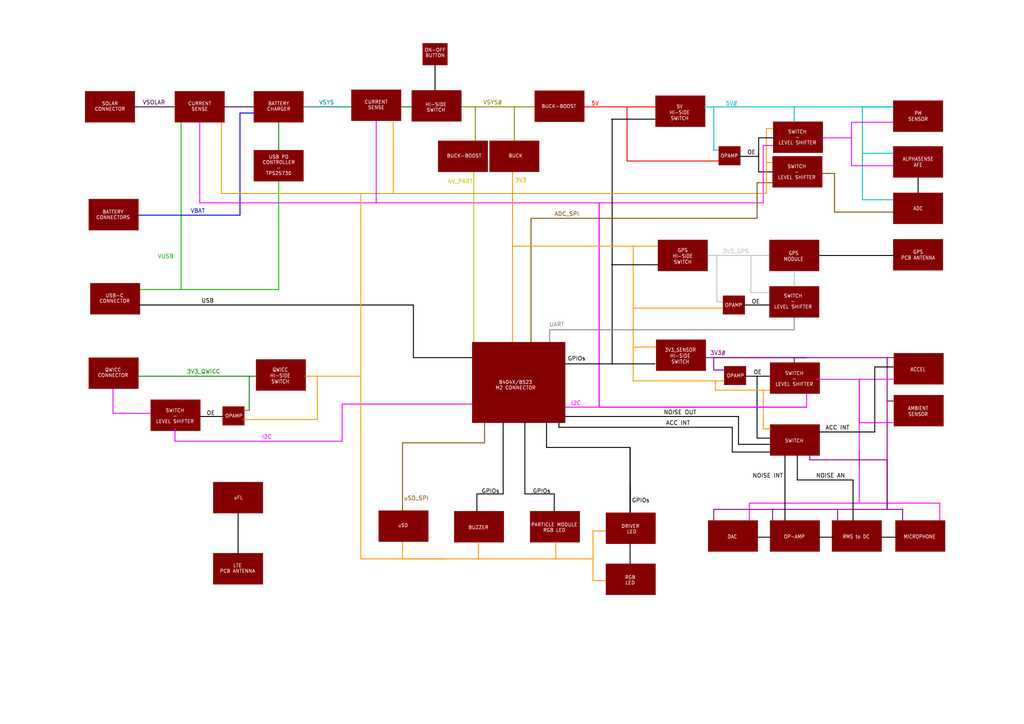
<source format=kicad_sch>
(kicad_sch
	(version 20250114)
	(generator "eeschema")
	(generator_version "9.0")
	(uuid "0db853cf-35f5-4f31-ae61-90a1af27b473")
	(paper "A3")
	(title_block
		(date "18-04-2025")
		(rev "1")
		(comment 1 "Flatburn_V4")
		(comment 2 "Luca Brighenti")
		(comment 3 "-")
		(comment 4 "MIT")
	)
	(lib_symbols)
	(rectangle
		(start 36.449 146.685)
		(end 56.769 159.385)
		(stroke
			(width 0)
			(type default)
			(color 132 0 0 1)
		)
		(fill
			(type color)
			(color 132 0 0 1)
		)
		(uuid 0c5e387a-38db-4372-824e-7b66d07f3041)
	)
	(rectangle
		(start 290.449 213.487)
		(end 310.769 226.187)
		(stroke
			(width 0)
			(type default)
			(color 132 0 0 1)
		)
		(fill
			(type color)
			(color 132 0 0 1)
		)
		(uuid 10dc88c9-6c55-4141-8335-39a97cdb4023)
	)
	(rectangle
		(start 366.395 79.121)
		(end 386.715 91.821)
		(stroke
			(width 0)
			(type default)
			(color 132 0 0 1)
		)
		(fill
			(type color)
			(color 132 0 0 1)
		)
		(uuid 10f48df3-43cd-469c-84ab-2fdbfd61fdff)
	)
	(rectangle
		(start 248.539 210.312)
		(end 268.859 223.012)
		(stroke
			(width 0)
			(type default)
			(color 132 0 0 1)
		)
		(fill
			(type color)
			(color 132 0 0 1)
		)
		(uuid 171c6053-d4d6-4def-87af-97eef07cae7f)
	)
	(rectangle
		(start 268.859 39.243)
		(end 289.179 51.943)
		(stroke
			(width 0)
			(type default)
			(color 132 0 0 1)
		)
		(fill
			(type color)
			(color 132 0 0 1)
		)
		(uuid 1b3dde89-9bcc-4002-9b69-3314b9aaefb9)
	)
	(rectangle
		(start 316.865 64.135)
		(end 337.185 76.835)
		(stroke
			(width 0)
			(type default)
			(color 132 0 0 1)
		)
		(fill
			(type color)
			(color 132 0 0 1)
		)
		(uuid 1ce0cfb8-be54-40e9-b52a-5bdf9fc0d42e)
	)
	(rectangle
		(start 179.705 57.785)
		(end 200.025 70.485)
		(stroke
			(width 0)
			(type default)
			(color 132 0 0 1)
		)
		(fill
			(type color)
			(color 132 0 0 1)
		)
		(uuid 1fccf86b-97cd-4913-82f8-45d15f4c56d1)
	)
	(rectangle
		(start 269.875 98.425)
		(end 290.195 111.125)
		(stroke
			(width 0)
			(type default)
			(color 132 0 0 1)
		)
		(fill
			(type color)
			(color 132 0 0 1)
		)
		(uuid 20911809-d360-41d1-9c8d-bbfc559547e8)
	)
	(rectangle
		(start 219.329 37.211)
		(end 239.649 49.911)
		(stroke
			(width 0)
			(type default)
			(color 132 0 0 1)
		)
		(fill
			(type color)
			(color 132 0 0 1)
		)
		(uuid 254b585f-5e7c-44ff-985e-f22b8a4e028e)
	)
	(rectangle
		(start 315.849 174.117)
		(end 336.169 186.817)
		(stroke
			(width 0)
			(type default)
			(color 132 0 0 1)
		)
		(fill
			(type color)
			(color 132 0 0 1)
		)
		(uuid 267761b5-99eb-4049-a22e-319a28a1f45a)
	)
	(rectangle
		(start 193.675 140.335)
		(end 231.775 173.355)
		(stroke
			(width 0)
			(type default)
			(color 132 0 0 1)
		)
		(fill
			(type color)
			(color 132 0 0 1)
		)
		(uuid 32248a21-5599-4cbf-825f-2e44eda79715)
	)
	(rectangle
		(start 200.787 57.785)
		(end 221.107 70.485)
		(stroke
			(width 0)
			(type default)
			(color 132 0 0 1)
		)
		(fill
			(type color)
			(color 132 0 0 1)
		)
		(uuid 40a70e19-5c10-49e5-86d4-48e2b33b5881)
	)
	(rectangle
		(start 186.309 209.677)
		(end 206.629 222.377)
		(stroke
			(width 0)
			(type default)
			(color 132 0 0 1)
		)
		(fill
			(type color)
			(color 132 0 0 1)
		)
		(uuid 41e72744-2a89-4ace-881d-9ad029be4c4b)
	)
	(rectangle
		(start 366.395 98.171)
		(end 386.715 110.871)
		(stroke
			(width 0)
			(type default)
			(color 132 0 0 1)
		)
		(fill
			(type color)
			(color 132 0 0 1)
		)
		(uuid 4918d408-5e1e-4b99-a7e6-adfd5abc79ae)
	)
	(rectangle
		(start 269.113 139.319)
		(end 289.433 152.019)
		(stroke
			(width 0)
			(type default)
			(color 132 0 0 1)
		)
		(fill
			(type color)
			(color 132 0 0 1)
		)
		(uuid 4a05d916-9cb0-41ff-bfba-827b3b7a8460)
	)
	(rectangle
		(start 315.595 98.425)
		(end 335.915 111.125)
		(stroke
			(width 0)
			(type default)
			(color 132 0 0 1)
		)
		(fill
			(type color)
			(color 132 0 0 1)
		)
		(uuid 4b81b6ca-1936-465e-9842-8631fbd36931)
	)
	(rectangle
		(start 144.145 36.83)
		(end 164.465 49.53)
		(stroke
			(width 0)
			(type default)
			(color 132 0 0 1)
		)
		(fill
			(type color)
			(color 132 0 0 1)
		)
		(uuid 508e2d1b-a15f-4689-b830-a9f37c120501)
	)
	(rectangle
		(start 248.539 231.267)
		(end 268.859 243.967)
		(stroke
			(width 0)
			(type default)
			(color 132 0 0 1)
		)
		(fill
			(type color)
			(color 132 0 0 1)
		)
		(uuid 532667d3-eaca-4d8b-a4c8-892bc75a486e)
	)
	(rectangle
		(start 317.119 49.911)
		(end 337.439 62.611)
		(stroke
			(width 0)
			(type default)
			(color 132 0 0 1)
		)
		(fill
			(type color)
			(color 132 0 0 1)
		)
		(uuid 58a548a4-840b-4f7c-b6df-2b9d1d8c0d56)
	)
	(rectangle
		(start 155.321 209.423)
		(end 175.641 222.123)
		(stroke
			(width 0)
			(type default)
			(color 132 0 0 1)
		)
		(fill
			(type color)
			(color 132 0 0 1)
		)
		(uuid 5a29d5c3-ac3e-4a90-a341-bfeee787e76e)
	)
	(rectangle
		(start 294.767 60.071)
		(end 303.657 67.691)
		(stroke
			(width 0)
			(type default)
			(color 132 0 0 1)
		)
		(fill
			(type color)
			(color 132 0 0 1)
		)
		(uuid 5b63a5c0-69a5-424d-b744-6a8761ce1ce2)
	)
	(rectangle
		(start 366.649 144.907)
		(end 386.969 157.607)
		(stroke
			(width 0)
			(type default)
			(color 132 0 0 1)
		)
		(fill
			(type color)
			(color 132 0 0 1)
		)
		(uuid 61fb633e-6534-4d3e-9de5-b708f31f172a)
	)
	(rectangle
		(start 104.14 37.465)
		(end 124.46 50.165)
		(stroke
			(width 0)
			(type default)
			(color 132 0 0 1)
		)
		(fill
			(type color)
			(color 132 0 0 1)
		)
		(uuid 651931a4-894b-49f7-bb02-e9be71de7c10)
	)
	(rectangle
		(start 367.284 213.487)
		(end 387.604 226.187)
		(stroke
			(width 0)
			(type default)
			(color 132 0 0 1)
		)
		(fill
			(type color)
			(color 132 0 0 1)
		)
		(uuid 6af4be98-d435-4ae1-bf9d-85c646a6350f)
	)
	(rectangle
		(start 71.755 37.465)
		(end 92.075 50.165)
		(stroke
			(width 0)
			(type default)
			(color 132 0 0 1)
		)
		(fill
			(type color)
			(color 132 0 0 1)
		)
		(uuid 7548851f-722d-49b1-85f7-5aef1bfb8f45)
	)
	(rectangle
		(start 61.849 163.957)
		(end 82.169 176.657)
		(stroke
			(width 0)
			(type default)
			(color 132 0 0 1)
		)
		(fill
			(type color)
			(color 132 0 0 1)
		)
		(uuid 78dead89-e801-411b-a4a4-4f9d74b37ec4)
	)
	(rectangle
		(start 296.545 121.285)
		(end 305.435 128.905)
		(stroke
			(width 0)
			(type default)
			(color 132 0 0 1)
		)
		(fill
			(type color)
			(color 132 0 0 1)
		)
		(uuid 800cf11e-ee51-4d4c-aca6-ace85d1f93ec)
	)
	(rectangle
		(start 341.249 213.487)
		(end 361.569 226.187)
		(stroke
			(width 0)
			(type default)
			(color 132 0 0 1)
		)
		(fill
			(type color)
			(color 132 0 0 1)
		)
		(uuid 85715d7d-c1ef-4f7b-9d87-7c5ea3e78b4a)
	)
	(rectangle
		(start 168.91 37.084)
		(end 189.23 49.784)
		(stroke
			(width 0)
			(type default)
			(color 132 0 0 1)
		)
		(fill
			(type color)
			(color 132 0 0 1)
		)
		(uuid 8acdff9f-6c57-4786-b654-e10cab7193ef)
	)
	(rectangle
		(start 315.849 213.487)
		(end 336.169 226.187)
		(stroke
			(width 0)
			(type default)
			(color 132 0 0 1)
		)
		(fill
			(type color)
			(color 132 0 0 1)
		)
		(uuid 9bdc74e7-04ed-4f20-830a-de5d374cb215)
	)
	(rectangle
		(start 105.029 147.447)
		(end 125.349 160.147)
		(stroke
			(width 0)
			(type default)
			(color 132 0 0 1)
		)
		(fill
			(type color)
			(color 132 0 0 1)
		)
		(uuid afa703d6-282b-4030-be5e-3b86d69e45a4)
	)
	(rectangle
		(start 315.595 117.475)
		(end 335.915 130.175)
		(stroke
			(width 0)
			(type default)
			(color 132 0 0 1)
		)
		(fill
			(type color)
			(color 132 0 0 1)
		)
		(uuid b5aa4ffe-0397-482e-9df6-ed6ca1635f7e)
	)
	(rectangle
		(start 34.925 37.465)
		(end 55.245 50.165)
		(stroke
			(width 0)
			(type default)
			(color 132 0 0 1)
		)
		(fill
			(type color)
			(color 132 0 0 1)
		)
		(uuid b66953fc-fb52-432a-9e78-36f7ee16b603)
	)
	(rectangle
		(start 37.084 116.205)
		(end 57.404 128.905)
		(stroke
			(width 0)
			(type default)
			(color 132 0 0 1)
		)
		(fill
			(type color)
			(color 132 0 0 1)
		)
		(uuid ba77e3e6-3de1-4378-9f4e-86947da61f39)
	)
	(rectangle
		(start 87.5005 197.7354)
		(end 107.8205 210.4354)
		(stroke
			(width 0)
			(type default)
			(color 132 0 0 1)
		)
		(fill
			(type color)
			(color 132 0 0 1)
		)
		(uuid be969519-02f7-4f44-818a-0a80214de1ab)
	)
	(rectangle
		(start 366.395 60.071)
		(end 386.715 72.771)
		(stroke
			(width 0)
			(type default)
			(color 132 0 0 1)
		)
		(fill
			(type color)
			(color 132 0 0 1)
		)
		(uuid c5385347-8443-4b28-a0ee-136745f728c8)
	)
	(rectangle
		(start 87.5005 226.9454)
		(end 107.8205 239.6454)
		(stroke
			(width 0)
			(type default)
			(color 132 0 0 1)
		)
		(fill
			(type color)
			(color 132 0 0 1)
		)
		(uuid c6e42358-2b3c-477a-bcbb-0a122d91adc3)
	)
	(rectangle
		(start 297.053 150.241)
		(end 305.943 157.861)
		(stroke
			(width 0)
			(type default)
			(color 132 0 0 1)
		)
		(fill
			(type color)
			(color 132 0 0 1)
		)
		(uuid cc0f8e37-f64d-467d-8005-945128a75c1b)
	)
	(rectangle
		(start 217.424 209.677)
		(end 237.744 222.377)
		(stroke
			(width 0)
			(type default)
			(color 132 0 0 1)
		)
		(fill
			(type color)
			(color 132 0 0 1)
		)
		(uuid cf1fd31b-9d9e-4a3e-aa97-6f3227cf4e43)
	)
	(rectangle
		(start 366.395 41.275)
		(end 386.715 53.975)
		(stroke
			(width 0)
			(type default)
			(color 132 0 0 1)
		)
		(fill
			(type color)
			(color 132 0 0 1)
		)
		(uuid d1abfda3-4f53-4e54-adaa-ed4f8fc00386)
	)
	(rectangle
		(start 104.14 61.595)
		(end 124.46 74.295)
		(stroke
			(width 0)
			(type default)
			(color 132 0 0 1)
		)
		(fill
			(type color)
			(color 132 0 0 1)
		)
		(uuid d1d739d9-54d7-4652-b631-765bf4144953)
	)
	(rectangle
		(start 315.849 148.717)
		(end 336.169 161.417)
		(stroke
			(width 0)
			(type default)
			(color 132 0 0 1)
		)
		(fill
			(type color)
			(color 132 0 0 1)
		)
		(uuid d3ec443a-dee4-454c-bdfc-bda1a55b8852)
	)
	(rectangle
		(start 36.449 81.661)
		(end 56.769 94.361)
		(stroke
			(width 0)
			(type default)
			(color 132 0 0 1)
		)
		(fill
			(type color)
			(color 132 0 0 1)
		)
		(uuid d49b453c-9b62-477f-afa2-615bc8eca735)
	)
	(rectangle
		(start 183.515 26.67)
		(end 173.355 17.78)
		(stroke
			(width 0)
			(type default)
			(color 132 0 0 1)
		)
		(fill
			(type color)
			(color 132 0 0 1)
		)
		(uuid f264c0e3-c04f-4025-933a-8bd6640d144e)
	)
	(rectangle
		(start 91.313 166.751)
		(end 100.203 174.371)
		(stroke
			(width 0)
			(type default)
			(color 132 0 0 1)
		)
		(fill
			(type color)
			(color 132 0 0 1)
		)
		(uuid fc0dc662-14c4-493c-b712-a6ae91d91917)
	)
	(rectangle
		(start 366.649 162.052)
		(end 386.969 174.752)
		(stroke
			(width 0)
			(type default)
			(color 132 0 0 1)
		)
		(fill
			(type color)
			(color 132 0 0 1)
		)
		(uuid fc6064b9-316a-468c-971e-178429c4c6c2)
	)
	(text "GPIOs\n"
		(exclude_from_sim no)
		(at 197.485 202.565 0)
		(effects
			(font
				(size 1.651 1.651)
				(thickness 0.2214)
				(color 0 0 0 1)
			)
			(justify left bottom)
		)
		(uuid "015f2e6f-cbc7-43fe-a289-88879b10453e")
	)
	(text " "
		(exclude_from_sim no)
		(at 317.9617 45.1953 0)
		(effects
			(font
				(size 1.4994 1.3495)
				(thickness 0.1874)
			)
			(justify left bottom)
		)
		(uuid "02bae95a-897f-4790-a62d-ba241a6dce9c")
	)
	(text " "
		(exclude_from_sim no)
		(at 274.4155 103.1515 0)
		(effects
			(font
				(size 1.4994 1.3495)
				(thickness 0.1874)
			)
			(justify left bottom)
		)
		(uuid "08429b4c-27fc-4229-b467-8524bf3d7f5f")
	)
	(text "SOLAR\nCONNECTOR\n"
		(exclude_from_sim no)
		(at 45.085 43.815 0)
		(effects
			(font
				(size 1.397 1.397)
				(thickness 0.1874)
				(color 255 255 255 1)
			)
		)
		(uuid "0dcce5be-7102-4271-a73c-792c45d68cdb")
	)
	(text "OE"
		(exclude_from_sim no)
		(at 308.991 153.797 0)
		(effects
			(font
				(size 1.651 1.651)
				(thickness 0.2214)
				(color 0 0 0 1)
			)
			(justify left bottom)
		)
		(uuid "0e841c6e-6fdd-4f4f-9e94-ea58df591bd3")
	)
	(text "PARTICLE MODULE\nRGB LED"
		(exclude_from_sim no)
		(at 227.33 216.535 0)
		(effects
			(font
				(size 1.397 1.397)
				(thickness 0.1874)
				(color 255 255 255 1)
			)
		)
		(uuid "14a4cc6d-f88f-4787-8fe4-a1bdfeb5db6d")
	)
	(text "USB"
		(exclude_from_sim no)
		(at 82.55 124.46 0)
		(effects
			(font
				(size 1.651 1.651)
				(thickness 0.2214)
				(color 0 0 0 1)
			)
			(justify left bottom)
		)
		(uuid "1a21ede6-88ec-4c24-84cf-bc373aa85352")
	)
	(text "uSD_SPI"
		(exclude_from_sim no)
		(at 165.608 205.486 0)
		(effects
			(font
				(size 1.651 1.651)
				(thickness 0.2214)
				(color 128 77 0 1)
			)
			(justify left bottom)
		)
		(uuid "1c3383a9-4290-45dd-ae63-d19154c861f1")
	)
	(text "RGB\nLED"
		(exclude_from_sim no)
		(at 258.445 238.125 0)
		(effects
			(font
				(size 1.397 1.397)
				(thickness 0.1874)
				(color 255 255 255 1)
			)
		)
		(uuid "1c5ee909-44c0-4dca-955d-49c371bc6b36")
	)
	(text " "
		(exclude_from_sim no)
		(at 157.448 43.1684 0)
		(effects
			(font
				(size 1.4994 1.3495)
				(thickness 0.1874)
			)
			(justify left bottom)
		)
		(uuid "1d91136b-647a-44e8-883c-1670c7199c44")
	)
	(text "QWICC\nCONNECTOR"
		(exclude_from_sim no)
		(at 46.355 153.035 0)
		(effects
			(font
				(size 1.397 1.397)
				(thickness 0.1874)
				(color 255 255 255 1)
			)
		)
		(uuid "22cba8f9-a567-4a75-b890-264b4dbc21e8")
	)
	(text "MICROPHONE\n"
		(exclude_from_sim no)
		(at 377.19 220.345 0)
		(effects
			(font
				(size 1.4994 1.3495)
				(thickness 0.1874)
				(color 255 255 255 1)
			)
		)
		(uuid "242ba87c-e168-432a-8915-77daa3493636")
	)
	(text "OP-AMP"
		(exclude_from_sim no)
		(at 325.755 220.345 0)
		(effects
			(font
				(size 1.4994 1.3495)
				(thickness 0.1874)
				(color 255 255 255 1)
			)
		)
		(uuid "295d744c-79e7-4d6d-a505-398e20f8cd61")
	)
	(text "ACC INT\n"
		(exclude_from_sim no)
		(at 273.05 174.625 0)
		(effects
			(font
				(size 1.651 1.651)
				(thickness 0.2214)
				(color 0 0 0 1)
			)
			(justify left bottom)
		)
		(uuid "2bb02520-4a0a-4dc5-a8e9-b805d1568c7e")
	)
	(text "DAC"
		(exclude_from_sim no)
		(at 300.355 220.345 0)
		(effects
			(font
				(size 1.4994 1.3495)
				(thickness 0.1874)
				(color 255 255 255 1)
			)
		)
		(uuid "2e5b775e-b436-46bb-8692-823853732d3b")
	)
	(text " "
		(exclude_from_sim no)
		(at 80.8224 43.1684 0)
		(effects
			(font
				(size 1.4994 1.3495)
				(thickness 0.1874)
			)
			(justify left bottom)
		)
		(uuid "2ee77ce8-8a0f-4846-93fe-8cca2518f2c6")
	)
	(text "BATTERY\nCHARGER"
		(exclude_from_sim no)
		(at 114.3 43.815 0)
		(effects
			(font
				(size 1.397 1.397)
				(thickness 0.1874)
				(color 255 255 255 1)
			)
		)
		(uuid "31de18fc-2f35-4a82-bcd5-d3c5dc62cca9")
	)
	(text "4V_PART\n"
		(exclude_from_sim no)
		(at 183.515 75.565 0)
		(effects
			(font
				(size 1.651 1.651)
				(thickness 0.2214)
				(color 194 194 0 1)
			)
			(justify left bottom)
		)
		(uuid "38f6c20e-550f-445a-9539-6ee2f53dd292")
	)
	(text "3V3_GPS"
		(exclude_from_sim no)
		(at 296.291 104.267 0)
		(effects
			(font
				(size 1.651 1.651)
				(thickness 0.2214)
				(color 194 194 194 1)
			)
			(justify left bottom)
		)
		(uuid "397b0f19-5b65-4d83-9b05-095a275312a5")
	)
	(text " "
		(exclude_from_sim no)
		(at 37.616 126.2112 0)
		(effects
			(font
				(size 1.4994 1.3495)
				(thickness 0.1874)
			)
			(justify left bottom)
		)
		(uuid "3efcd9e1-144c-4427-a272-6d2f3b149fef")
	)
	(text "GPIOs"
		(exclude_from_sim no)
		(at 232.791 148.209 0)
		(effects
			(font
				(size 1.651 1.651)
				(thickness 0.2214)
				(color 0 0 0 1)
			)
			(justify left bottom)
		)
		(uuid "40662d88-63bf-4207-922c-8de92ee7bfac")
	)
	(text "SWITCH\n-\nLEVEL SHIFTER"
		(exclude_from_sim no)
		(at 326.771 70.739 0)
		(effects
			(font
				(size 1.397 1.397)
				(thickness 0.1874)
				(color 255 255 255 1)
			)
		)
		(uuid "426c4149-ec77-47fb-99f6-164912b6d154")
	)
	(text "3V3_QWICC"
		(exclude_from_sim no)
		(at 76.581 153.543 0)
		(effects
			(font
				(size 1.651 1.651)
				(thickness 0.2214)
				(color 0 132 0 1)
			)
			(justify left bottom)
		)
		(uuid "42bfac26-e2b9-45f3-b0ad-15eb4afb45d9")
	)
	(text "NOISE AN"
		(exclude_from_sim no)
		(at 334.645 196.215 0)
		(effects
			(font
				(size 1.651 1.651)
				(thickness 0.2214)
				(color 0 0 0 1)
			)
			(justify left bottom)
		)
		(uuid "45090447-0c80-41c5-872f-fc186f0fbaa3")
	)
	(text "3V3#\n"
		(exclude_from_sim no)
		(at 291.211 145.923 0)
		(effects
			(font
				(size 1.651 1.651)
				(thickness 0.2214)
				(color 132 0 132 1)
			)
			(justify left bottom)
		)
		(uuid "468c1e3a-ca57-4e1d-aa2d-677285933667")
	)
	(text "NOISE INT\n"
		(exclude_from_sim no)
		(at 308.61 196.215 0)
		(effects
			(font
				(size 1.651 1.651)
				(thickness 0.2214)
				(color 0 0 0 1)
			)
			(justify left bottom)
		)
		(uuid "48f24244-da56-4340-9f56-fe7212404d4d")
	)
	(text "VUSB"
		(exclude_from_sim no)
		(at 64.643 106.299 0)
		(effects
			(font
				(size 1.651 1.651)
				(thickness 0.2214)
				(color 0 194 0 1)
			)
			(justify left bottom)
		)
		(uuid "4d0b25b0-078e-4485-b244-faa0044186e6")
	)
	(text "VSYS#"
		(exclude_from_sim no)
		(at 198.12 43.18 0)
		(effects
			(font
				(size 1.651 1.651)
				(thickness 0.2214)
				(color 132 132 0 1)
			)
			(justify left bottom)
		)
		(uuid "506b9b77-63de-4d19-820d-31c8a60dc368")
	)
	(text " "
		(exclude_from_sim no)
		(at 38.0934 133.8779 0)
		(effects
			(font
				(size 1.4994 1.3495)
				(thickness 0.1874)
			)
			(justify left bottom)
		)
		(uuid "53377963-f86b-48c0-a72e-d5137a9fd582")
	)
	(text " "
		(exclude_from_sim no)
		(at 202.8028 155.3617 0)
		(effects
			(font
				(size 1.4994 1.3495)
				(thickness 0.1874)
			)
			(justify left bottom)
		)
		(uuid "5519e674-50ad-4858-8c8f-940b8ee24f38")
	)
	(text "5V\nHI-SIDE\nSWITCH\n"
		(exclude_from_sim no)
		(at 278.765 46.355 0)
		(effects
			(font
				(size 1.4994 1.3495)
				(thickness 0.1874)
				(color 255 255 255 1)
			)
		)
		(uuid "5a2359a5-795f-4c1f-b420-3cf9a85e0b58")
	)
	(text "ON-OFF\nBUTTON"
		(exclude_from_sim no)
		(at 178.435 21.844 0)
		(effects
			(font
				(size 1.397 1.397)
				(thickness 0.1874)
				(color 255 255 255 1)
			)
		)
		(uuid "5a618dc4-6e7f-42a9-9656-6522cb7ff2c9")
	)
	(text "OE"
		(exclude_from_sim no)
		(at 308.229 124.841 0)
		(effects
			(font
				(size 1.651 1.651)
				(thickness 0.2214)
				(color 0 0 0 1)
			)
			(justify left bottom)
		)
		(uuid "5b0fedaf-2575-4966-a60e-1e2aab69ee08")
	)
	(text "GPIOs\n"
		(exclude_from_sim no)
		(at 218.44 202.565 0)
		(effects
			(font
				(size 1.651 1.651)
				(thickness 0.2214)
				(color 0 0 0 1)
			)
			(justify left bottom)
		)
		(uuid "5f590637-0cbe-441d-bd68-75ba0dca9495")
	)
	(text "OE"
		(exclude_from_sim no)
		(at 84.709 170.561 0)
		(effects
			(font
				(size 1.651 1.651)
				(thickness 0.2214)
				(color 0 0 0 1)
			)
			(justify left bottom)
		)
		(uuid "5fe03eed-b8eb-47ba-948b-acd3662c36cf")
	)
	(text "5V#"
		(exclude_from_sim no)
		(at 297.561 43.561 0)
		(effects
			(font
				(size 1.651 1.651)
				(thickness 0.2214)
				(color 0 194 194 1)
			)
			(justify left bottom)
		)
		(uuid "667a5d57-e75b-45f0-a79d-e7047bebeb6a")
	)
	(text " "
		(exclude_from_sim no)
		(at 38.9824 118.5444 0)
		(effects
			(font
				(size 1.4994 1.3495)
				(thickness 0.1874)
			)
			(justify left bottom)
		)
		(uuid "6c458330-21f2-424b-b4f3-869cfa1b4953")
	)
	(text "3V3"
		(exclude_from_sim no)
		(at 211.201 75.057 0)
		(effects
			(font
				(size 1.651 1.651)
				(thickness 0.2214)
				(color 255 153 0 1)
			)
			(justify left bottom)
		)
		(uuid "6e6c2208-45e9-452e-b110-1a6b22627918")
	)
	(text "OPAMP"
		(exclude_from_sim no)
		(at 299.085 64.135 0)
		(effects
			(font
				(size 1.397 1.397)
				(thickness 0.1874)
				(color 255 255 255 1)
			)
		)
		(uuid "6f0bedb3-cc2f-445f-a59a-b2daba406399")
	)
	(text "OE"
		(exclude_from_sim no)
		(at 306.451 63.627 0)
		(effects
			(font
				(size 1.651 1.651)
				(thickness 0.2214)
				(color 0 0 0 1)
			)
			(justify left bottom)
		)
		(uuid "6f277445-0027-4e9f-8283-98c3d72ff960")
	)
	(text "SWITCH\n-\nLEVEL SHIFTER"
		(exclude_from_sim no)
		(at 325.755 155.575 0)
		(effects
			(font
				(size 1.397 1.397)
				(thickness 0.1874)
				(color 255 255 255 1)
			)
		)
		(uuid "732ef6d7-cc8f-4400-8bc3-f51a46d9df61")
	)
	(text "CURRENT\nSENSE"
		(exclude_from_sim no)
		(at 81.915 43.815 0)
		(effects
			(font
				(size 1.397 1.397)
				(thickness 0.1874)
				(color 255 255 255 1)
			)
		)
		(uuid "80236910-b872-4a42-afb4-e05db2679fde")
	)
	(text "QWICC\nHI-SIDE\nSWITCH\n"
		(exclude_from_sim no)
		(at 114.935 154.305 0)
		(effects
			(font
				(size 1.4994 1.3495)
				(thickness 0.1874)
				(color 255 255 255 1)
			)
		)
		(uuid "802f9cb0-98fc-49c4-86df-f14e9873887d")
	)
	(text "LTE\nPCB ANTENNA"
		(exclude_from_sim no)
		(at 97.4065 233.2954 0)
		(effects
			(font
				(size 1.397 1.397)
				(thickness 0.1874)
				(color 255 255 255 1)
			)
		)
		(uuid "80437560-9baa-4e97-b842-9b07cdd537af")
	)
	(text "BUCK"
		(exclude_from_sim no)
		(at 211.455 64.135 0)
		(effects
			(font
				(size 1.397 1.397)
				(thickness 0.1874)
				(color 255 255 255 1)
			)
		)
		(uuid "80624932-7384-4c4e-a815-eba5b566786b")
	)
	(text "CURRENT\nSENSE"
		(exclude_from_sim no)
		(at 154.305 43.18 0)
		(effects
			(font
				(size 1.397 1.397)
				(thickness 0.1874)
				(color 255 255 255 1)
			)
		)
		(uuid "827c2756-b659-4d5c-8fb5-bb372e4d1b81")
	)
	(text "OPAMP"
		(exclude_from_sim no)
		(at 300.863 125.349 0)
		(effects
			(font
				(size 1.397 1.397)
				(thickness 0.1874)
				(color 255 255 255 1)
			)
		)
		(uuid "8770c4a4-e22b-461d-8072-76324f941e6c")
	)
	(text "PM\nSENSOR"
		(exclude_from_sim no)
		(at 376.555 47.879 0)
		(effects
			(font
				(size 1.4994 1.3495)
				(thickness 0.1874)
				(color 255 255 255 1)
			)
		)
		(uuid "8ec4f195-de5c-4d2d-8f31-85025c012946")
	)
	(text "BATTERY\nCONNECTORS\n"
		(exclude_from_sim no)
		(at 46.355 88.265 0)
		(effects
			(font
				(size 1.397 1.397)
				(thickness 0.1874)
				(color 255 255 255 1)
			)
		)
		(uuid "9053468e-f3a9-4fa7-a0d6-d8b2e0cb12bf")
	)
	(text " "
		(exclude_from_sim no)
		(at 91.7692 232.6107 0)
		(effects
			(font
				(size 1.4994 1.3495)
				(thickness 0.1874)
			)
			(justify left bottom)
		)
		(uuid "9303c180-c6a0-4f8b-a76f-ae36c009b18b")
	)
	(text "uSD"
		(exclude_from_sim no)
		(at 163.195 216.535 0)
		(effects
			(font
				(size 1.397 1.397)
				(thickness 0.1874)
				(color 255 255 255 1)
			)
			(justify left bottom)
		)
		(uuid "9937dced-2746-4d58-a2d5-deefb28f6115")
	)
	(text "3V3_SENSOR\nHI-SIDE\nSWITCH\n"
		(exclude_from_sim no)
		(at 279.019 146.177 0)
		(effects
			(font
				(size 1.4994 1.3495)
				(thickness 0.1874)
				(color 255 255 255 1)
			)
		)
		(uuid "9ab92e94-5b1d-4cea-b501-8392fb7a80b0")
	)
	(text "VBAT"
		(exclude_from_sim no)
		(at 78.105 87.63 0)
		(effects
			(font
				(size 1.651 1.651)
				(thickness 0.2214)
				(color 0 0 255 1)
			)
			(justify left bottom)
		)
		(uuid "a1249e04-35ef-4aa4-bd00-0e81f669c787")
	)
	(text "USB-C\nCONNECTOR"
		(exclude_from_sim no)
		(at 46.99 122.555 0)
		(effects
			(font
				(size 1.397 1.397)
				(thickness 0.1874)
				(color 255 255 255 1)
			)
		)
		(uuid "a1661f9e-4f41-44e5-a066-e82310a853cd")
	)
	(text "SWITCH\n-\nLEVEL SHIFTER"
		(exclude_from_sim no)
		(at 327.025 56.515 0)
		(effects
			(font
				(size 1.397 1.397)
				(thickness 0.1874)
				(color 255 255 255 1)
			)
		)
		(uuid "a2ac4270-08c0-4848-bcc0-ce6879fa8058")
	)
	(text "DRIVER \nLED\n"
		(exclude_from_sim no)
		(at 259.08 217.17 0)
		(effects
			(font
				(size 1.397 1.397)
				(thickness 0.1874)
				(color 255 255 255 1)
			)
		)
		(uuid "a2f2e3aa-7957-4190-9b73-38fb503f3a12")
	)
	(text "GPIOs"
		(exclude_from_sim no)
		(at 259.08 206.375 0)
		(effects
			(font
				(size 1.651 1.651)
				(thickness 0.2214)
				(color 0 0 0 1)
			)
			(justify left bottom)
		)
		(uuid "a4b16e4b-dba8-4713-a80a-4de2344dc6bd")
	)
	(text "SWITCH\n"
		(exclude_from_sim no)
		(at 325.755 180.975 0)
		(effects
			(font
				(size 1.397 1.397)
				(thickness 0.1874)
				(color 255 255 255 1)
			)
		)
		(uuid "a4b3c10a-2485-4e06-b174-92021d5f660e")
	)
	(text "uFL"
		(exclude_from_sim no)
		(at 95.885 205.105 0)
		(effects
			(font
				(size 1.397 1.397)
				(thickness 0.1874)
				(color 255 255 255 1)
			)
			(justify left bottom)
		)
		(uuid "a51d001e-05e4-41d4-aa9c-e811ff68a499")
	)
	(text "ACCEL"
		(exclude_from_sim no)
		(at 376.555 151.765 0)
		(effects
			(font
				(size 1.4994 1.3495)
				(thickness 0.1874)
				(color 255 255 255 1)
			)
		)
		(uuid "b0c4bbf7-bf95-4ca5-8815-abb0b4ae51b0")
	)
	(text " "
		(exclude_from_sim no)
		(at 158.4208 65.9903 0)
		(effects
			(font
				(size 1.4994 1.3495)
				(thickness 0.1874)
			)
			(justify left bottom)
		)
		(uuid "b0ccf392-8aba-4831-8007-54c8ec8e2525")
	)
	(text "OPAMP"
		(exclude_from_sim no)
		(at 95.885 170.815 0)
		(effects
			(font
				(size 1.397 1.397)
				(thickness 0.1874)
				(color 255 255 255 1)
			)
		)
		(uuid "b1ccdfe3-3af9-41d1-85df-29ffe60480ff")
	)
	(text "I2C"
		(exclude_from_sim no)
		(at 107.315 180.34 0)
		(effects
			(font
				(size 1.651 1.651)
				(thickness 0.2214)
				(color 255 0 255 1)
			)
			(justify left bottom)
		)
		(uuid "b791449f-86f1-4c05-ac5c-a6f4eb125121")
	)
	(text "GPS\nMODULE"
		(exclude_from_sim no)
		(at 325.501 105.283 0)
		(effects
			(font
				(size 1.4994 1.3495)
				(thickness 0.1874)
				(color 255 255 255 1)
			)
		)
		(uuid "bdcb534f-81d8-4b15-baaf-cc68eb639666")
	)
	(text "GPS\nHI-SIDE\nSWITCH\n"
		(exclude_from_sim no)
		(at 280.035 105.283 0)
		(effects
			(font
				(size 1.4994 1.3495)
				(thickness 0.1874)
				(color 255 255 255 1)
			)
		)
		(uuid "c19f5280-eee6-4bd0-bffb-a50e0a69c148")
	)
	(text " "
		(exclude_from_sim no)
		(at 38.0934 43.1684 0)
		(effects
			(font
				(size 1.4994 1.3495)
				(thickness 0.1874)
			)
			(justify left bottom)
		)
		(uuid "c25b56d4-b9ff-47b9-a139-488776cf236a")
	)
	(text " "
		(exclude_from_sim no)
		(at 200.4157 86.1361 0)
		(effects
			(font
				(size 1.4994 1.3495)
				(thickness 0.1874)
			)
			(justify left bottom)
		)
		(uuid "c337ab4e-9b2b-42ad-b67f-658a6133a177")
	)
	(text "ADC_SPI"
		(exclude_from_sim no)
		(at 227.33 88.9 0)
		(effects
			(font
				(size 1.651 1.651)
				(thickness 0.2214)
				(color 128 77 0 1)
			)
			(justify left bottom)
		)
		(uuid "c9ae6ed7-c4f7-4816-836a-a88f1cdf4325")
	)
	(text "BUCK-BOOST\n"
		(exclude_from_sim no)
		(at 229.235 43.815 0)
		(effects
			(font
				(size 1.397 1.397)
				(thickness 0.1874)
				(color 255 255 255 1)
			)
		)
		(uuid "cb5ea30e-0c36-40ac-84c3-eb6a8fb9b45e")
	)
	(text " "
		(exclude_from_sim no)
		(at 274.4155 119.8612 0)
		(effects
			(font
				(size 1.4994 1.3495)
				(thickness 0.1874)
			)
			(justify left bottom)
		)
		(uuid "cc073c91-b80a-4a60-a042-f11de1588078")
	)
	(text "RMS to DC\n"
		(exclude_from_sim no)
		(at 351.155 220.345 0)
		(effects
			(font
				(size 1.4994 1.3495)
				(thickness 0.1874)
				(color 255 255 255 1)
			)
		)
		(uuid "cc7cdf43-1c78-4e92-8fba-11e841441c53")
	)
	(text "I2C"
		(exclude_from_sim no)
		(at 234.061 166.497 0)
		(effects
			(font
				(size 1.651 1.651)
				(thickness 0.2214)
				(color 255 0 255 1)
			)
			(justify left bottom)
		)
		(uuid "cfe07c33-9595-48ad-9e66-e74dbb19409b")
	)
	(text "OPAMP"
		(exclude_from_sim no)
		(at 301.625 154.305 0)
		(effects
			(font
				(size 1.397 1.397)
				(thickness 0.1874)
				(color 255 255 255 1)
			)
		)
		(uuid "d018ca4e-39c6-46ad-a922-c458fb7881ea")
	)
	(text "ACC INT\n"
		(exclude_from_sim no)
		(at 338.455 176.53 0)
		(effects
			(font
				(size 1.651 1.651)
				(thickness 0.2214)
				(color 0 0 0 1)
			)
			(justify left bottom)
		)
		(uuid "d03fd173-9e10-45e6-8164-9e314a8bd5d3")
	)
	(text " "
		(exclude_from_sim no)
		(at 262.4801 217.4261 0)
		(effects
			(font
				(size 1.4994 1.3495)
				(thickness 0.1874)
			)
			(justify left bottom)
		)
		(uuid "d78f180d-e8ca-4bbd-b898-3cb88e366cf6")
	)
	(text "NOISE OUT"
		(exclude_from_sim no)
		(at 272.161 170.307 0)
		(effects
			(font
				(size 1.651 1.651)
				(thickness 0.2214)
				(color 0 0 0 1)
			)
			(justify left bottom)
		)
		(uuid "dddfd59f-8e38-4729-bdcf-a888433b5b7d")
	)
	(text "5V"
		(exclude_from_sim no)
		(at 242.443 43.561 0)
		(effects
			(font
				(size 1.651 1.651)
				(thickness 0.2214)
				(color 255 0 0 1)
			)
			(justify left bottom)
		)
		(uuid "e09e7b92-c4dc-4424-a6fd-7ed17cfbfe22")
	)
	(text "B404X/B523\nM2 CONNECTOR"
		(exclude_from_sim no)
		(at 211.455 158.115 0)
		(effects
			(font
				(size 1.397 1.397)
				(thickness 0.1874)
				(color 255 255 255 1)
			)
		)
		(uuid "e1b26295-98da-4e8e-b63e-606608b47038")
	)
	(text "GPS\nPCB ANTENNA"
		(exclude_from_sim no)
		(at 376.555 104.775 0)
		(effects
			(font
				(size 1.4994 1.3495)
				(thickness 0.1874)
				(color 255 255 255 1)
			)
		)
		(uuid "e575cb65-cec2-4b28-a57f-5f28b56a1d34")
	)
	(text "BUCK-BOOST"
		(exclude_from_sim no)
		(at 190.373 64.135 0)
		(effects
			(font
				(size 1.397 1.397)
				(thickness 0.1874)
				(color 255 255 255 1)
			)
		)
		(uuid "e902e5b9-3e17-4ec4-bd95-824ae541e027")
	)
	(text "ADC"
		(exclude_from_sim no)
		(at 376.555 85.725 0)
		(effects
			(font
				(size 1.4994 1.3495)
				(thickness 0.1874)
				(color 255 255 255 1)
			)
		)
		(uuid "e9b5db7e-194e-4286-aef9-c8dd81742426")
	)
	(text "HI-SIDE\nSWITCH\n"
		(exclude_from_sim no)
		(at 178.816 44.196 0)
		(effects
			(font
				(size 1.397 1.397)
				(thickness 0.1874)
				(color 255 255 255 1)
			)
		)
		(uuid "efd614f6-ddc2-49e6-b8a5-efab4ab991bd")
	)
	(text "USB PD\nCONTROLLER\n-\nTPS25730"
		(exclude_from_sim no)
		(at 114.3 67.945 0)
		(effects
			(font
				(size 1.397 1.397)
				(thickness 0.1874)
				(color 255 255 255 1)
			)
		)
		(uuid "f04be33f-7383-4be9-b508-9e10e34a5eeb")
	)
	(text "UART"
		(exclude_from_sim no)
		(at 225.171 134.239 0)
		(effects
			(font
				(size 1.651 1.651)
				(thickness 0.2214)
				(color 132 132 132 1)
			)
			(justify left bottom)
		)
		(uuid "f1111629-c02a-4a6b-a363-3738f25321fe")
	)
	(text " "
		(exclude_from_sim no)
		(at 109.7062 43.1684 0)
		(effects
			(font
				(size 1.4994 1.3495)
				(thickness 0.1874)
			)
			(justify left bottom)
		)
		(uuid "f2b0a644-b4d4-4194-b3f8-decb4f7ce5a7")
	)
	(text "AMBIENT\nSENSOR"
		(exclude_from_sim no)
		(at 376.555 168.91 0)
		(effects
			(font
				(size 1.4994 1.3495)
				(thickness 0.1874)
				(color 255 255 255 1)
			)
		)
		(uuid "f3a8e7ef-0a14-46c3-a846-5f6c2bf94fd3")
	)
	(text "VSOLAR"
		(exclude_from_sim no)
		(at 58.42 43.18 0)
		(effects
			(font
				(size 1.651 1.651)
				(thickness 0.2214)
				(color 72 0 72 1)
			)
			(justify left bottom)
		)
		(uuid "f3cf0e49-c3bb-43a8-872f-e6c12c132695")
	)
	(text " "
		(exclude_from_sim no)
		(at 245.7704 45.5555 0)
		(effects
			(font
				(size 1.4994 1.3495)
				(thickness 0.1874)
			)
			(justify left bottom)
		)
		(uuid "f4723fdf-55ad-4b60-ab9b-f1bd13534db7")
	)
	(text "BUZZER\n"
		(exclude_from_sim no)
		(at 196.215 216.535 0)
		(effects
			(font
				(size 1.397 1.397)
				(thickness 0.1874)
				(color 255 255 255 1)
			)
		)
		(uuid "f5b14739-f86d-4e53-aed2-3ed5bd7cbca3")
	)
	(text "SWITCH\n-\nLEVEL SHIFTER"
		(exclude_from_sim no)
		(at 325.247 123.825 0)
		(effects
			(font
				(size 1.397 1.397)
				(thickness 0.1874)
				(color 255 255 255 1)
			)
		)
		(uuid "f6692d41-9893-4c7a-a5b8-1077739c2066")
	)
	(text "VSYS\n"
		(exclude_from_sim no)
		(at 130.81 43.18 0)
		(effects
			(font
				(size 1.651 1.651)
				(thickness 0.2214)
				(color 0 132 132 1)
			)
			(justify left bottom)
		)
		(uuid "f8af6ce3-ee8e-4856-afa2-09a5f690613e")
	)
	(text "SWITCH\n-\nLEVEL SHIFTER"
		(exclude_from_sim no)
		(at 71.755 170.815 0)
		(effects
			(font
				(size 1.397 1.397)
				(thickness 0.1874)
				(color 255 255 255 1)
			)
		)
		(uuid "fb1459f0-3fab-466a-beba-594be46d4b7d")
	)
	(text "ALPHASENSE\nAFE"
		(exclude_from_sim no)
		(at 376.555 66.675 0)
		(effects
			(font
				(size 1.4994 1.3495)
				(thickness 0.1874)
				(color 255 255 255 1)
			)
		)
		(uuid "fd96f058-5e88-49ef-a509-12926bc24cd2")
	)
	(polyline
		(pts
			(xy 352.425 173.355) (xy 352.425 155.575)
		)
		(stroke
			(width 0.381)
			(type default)
			(color 255 0 255 1)
		)
		(uuid "01a626d2-8b83-4216-9d43-c8595c080cc5")
	)
	(polyline
		(pts
			(xy 210.185 90.805) (xy 210.185 140.335)
		)
		(stroke
			(width 0.381)
			(type default)
			(color 255 153 0 1)
		)
		(uuid "02b8b4d4-f31b-4de6-9b11-8b0bc6c79515")
	)
	(polyline
		(pts
			(xy 293.37 160.02) (xy 315.595 160.02)
		)
		(stroke
			(width 0.381)
			(type default)
			(color 255 153 0 1)
		)
		(uuid "02cdd66b-f698-41e9-8e3d-00cbbfd574de")
	)
	(polyline
		(pts
			(xy 250.825 108.585) (xy 269.875 108.585)
		)
		(stroke
			(width 0.381)
			(type default)
			(color 0 0 0 1)
		)
		(uuid "02d3dd80-4eff-43ce-bb8f-3ee5350c82eb")
	)
	(polyline
		(pts
			(xy 292.735 151.765) (xy 292.735 146.685)
		)
		(stroke
			(width 0.381)
			(type default)
			(color 132 0 132 1)
		)
		(uuid "030e6134-b447-40ed-ba8a-9cdfab3c2eac")
	)
	(polyline
		(pts
			(xy 352.425 155.575) (xy 366.395 155.575)
		)
		(stroke
			(width 0.381)
			(type default)
			(color 255 0 255 1)
		)
		(uuid "03220912-d293-43d2-a11f-a330bb13e822")
	)
	(polyline
		(pts
			(xy 315.595 185.42) (xy 300.355 185.42)
		)
		(stroke
			(width 0.381)
			(type default)
			(color 0 0 0 1)
		)
		(uuid "052a59c6-8a46-48f7-b895-75359262d2a0")
	)
	(polyline
		(pts
			(xy 349.25 56.515) (xy 349.25 67.945)
		)
		(stroke
			(width 0.381)
			(type default)
			(color 255 0 255 1)
		)
		(uuid "08022dd7-de5e-4a19-88c6-a9fb5e114d47")
	)
	(polyline
		(pts
			(xy 224.155 173.355) (xy 224.155 183.515)
		)
		(stroke
			(width 0.381)
			(type default)
			(color 0 0 0 1)
		)
		(uuid "08d7db39-f4f9-4eb7-9b03-17b06dca7d09")
	)
	(polyline
		(pts
			(xy 366.395 86.995) (xy 342.265 86.995)
		)
		(stroke
			(width 0.381)
			(type default)
			(color 128 77 0 1)
		)
		(uuid "0994fe29-e137-4e35-9161-d2d3e1839836")
	)
	(polyline
		(pts
			(xy 114.3 118.745) (xy 114.3 74.295)
		)
		(stroke
			(width 0.381)
			(type default)
			(color 0 194 0 1)
		)
		(uuid "09960aee-9348-4cf1-a4a5-ef56f4cb6b81")
	)
	(polyline
		(pts
			(xy 217.805 89.535) (xy 310.515 89.535)
		)
		(stroke
			(width 0.381)
			(type default)
			(color 128 77 0 1)
		)
		(uuid "0a0e2f03-7980-4cf6-81a8-0622865850f8")
	)
	(polyline
		(pts
			(xy 243.205 217.805) (xy 243.205 238.125)
		)
		(stroke
			(width 0.381)
			(type default)
			(color 255 153 0 1)
		)
		(uuid "0c8dd73a-fa62-4cad-b328-1b38200ce856")
	)
	(polyline
		(pts
			(xy 169.545 125.095) (xy 169.545 146.685)
		)
		(stroke
			(width 0.381)
			(type default)
			(color 0 0 0 1)
		)
		(uuid "10590aa1-26bf-465c-b1bf-3f4fded1dc0b")
	)
	(polyline
		(pts
			(xy 196.215 229.235) (xy 227.965 229.235)
		)
		(stroke
			(width 0.381)
			(type default)
			(color 255 153 0 1)
		)
		(uuid "1210defe-7438-40de-aeff-6f0fcd6160f2")
	)
	(polyline
		(pts
			(xy 327.025 196.85) (xy 349.885 196.85)
		)
		(stroke
			(width 0.381)
			(type default)
			(color 0 0 0 1)
		)
		(uuid "148ce8f3-11ba-41ff-a3b7-a2157d6bea2a")
	)
	(polyline
		(pts
			(xy 215.265 173.355) (xy 215.265 202.565)
		)
		(stroke
			(width 0.381)
			(type default)
			(color 0 0 0 1)
		)
		(uuid "1590bff7-98cf-4f0a-a4e3-0c9077a81838")
	)
	(polyline
		(pts
			(xy 114.3 61.595) (xy 114.3 50.165)
		)
		(stroke
			(width 0.381)
			(type default)
			(color 0 132 0 1)
		)
		(uuid "176ef535-cbda-41c0-b977-15a37b47085c")
	)
	(polyline
		(pts
			(xy 90.805 79.375) (xy 145.415 79.375)
		)
		(stroke
			(width 0.381)
			(type default)
			(color 255 153 0 1)
		)
		(uuid "17a1d55d-a8aa-4803-a973-371853048e4b")
	)
	(polyline
		(pts
			(xy 300.355 185.42) (xy 300.355 175.26)
		)
		(stroke
			(width 0.381)
			(type default)
			(color 0 0 0 1)
		)
		(uuid "1ad75fea-bc64-4adb-9885-43a11ef48b40")
	)
	(polyline
		(pts
			(xy 210.947 43.815) (xy 210.947 57.785)
		)
		(stroke
			(width 0.381)
			(type default)
			(color 132 132 0 1)
		)
		(uuid "1b1609eb-32d0-47ba-ab28-e8e683ba724f")
	)
	(polyline
		(pts
			(xy 97.6605 210.4354) (xy 97.6605 226.9454)
		)
		(stroke
			(width 0.381)
			(type default)
			(color 0 0 0 1)
		)
		(uuid "1d6a484d-e809-45cf-9b33-c679e4c9f11a")
	)
	(polyline
		(pts
			(xy 259.715 126.365) (xy 259.715 156.21)
		)
		(stroke
			(width 0.381)
			(type default)
			(color 255 153 0 1)
		)
		(uuid "1ea1e082-360a-4479-8381-0f460f24be83")
	)
	(polyline
		(pts
			(xy 325.755 130.175) (xy 325.755 135.255)
		)
		(stroke
			(width 0.381)
			(type default)
			(color 132 132 132 1)
		)
		(uuid "21ae74e5-ca6b-4990-8755-4a71d1a4605e")
	)
	(polyline
		(pts
			(xy 57.404 125.095) (xy 169.545 125.095)
		)
		(stroke
			(width 0.381)
			(type default)
			(color 0 0 0 1)
		)
		(uuid "22c7f512-d65e-4b63-88ad-21cc8a667cce")
	)
	(polyline
		(pts
			(xy 56.515 154.305) (xy 104.775 154.305)
		)
		(stroke
			(width 0.381)
			(type default)
			(color 0 132 0 1)
		)
		(uuid "248cc131-bdfd-4f59-995c-50cd07080078")
	)
	(polyline
		(pts
			(xy 182.245 79.375) (xy 210.185 79.375)
		)
		(stroke
			(width 0.381)
			(type default)
			(color 255 153 0 1)
		)
		(uuid "25d936d2-6b56-4f6a-af91-30c8eceb9a8a")
	)
	(polyline
		(pts
			(xy 349.25 67.945) (xy 366.395 67.945)
		)
		(stroke
			(width 0.381)
			(type default)
			(color 255 0 255 1)
		)
		(uuid "27ecf591-a58e-40af-9092-5464e5164377")
	)
	(polyline
		(pts
			(xy 349.885 213.36) (xy 349.885 196.85)
		)
		(stroke
			(width 0.381)
			(type default)
			(color 0 0 0 1)
		)
		(uuid "2892981b-6a49-4129-93b5-18aa8dac9df9")
	)
	(polyline
		(pts
			(xy 217.805 89.535) (xy 217.805 140.335)
		)
		(stroke
			(width 0.381)
			(type default)
			(color 128 77 0 1)
		)
		(uuid "29d4a9cb-43d8-4c21-921a-05123a2890e6")
	)
	(polyline
		(pts
			(xy 231.775 170.815) (xy 302.895 170.815)
		)
		(stroke
			(width 0.381)
			(type default)
			(color 0 0 0 1)
		)
		(uuid "2af66c9b-6039-47d9-9cef-03d452a3571a")
	)
	(polyline
		(pts
			(xy 71.755 175.895) (xy 71.755 180.975)
		)
		(stroke
			(width 0.381)
			(type default)
			(color 255 0 255 1)
		)
		(uuid "2b14d30f-103f-4ff0-8487-0c44ee2cab2f")
	)
	(polyline
		(pts
			(xy 257.175 66.04) (xy 294.64 66.04)
		)
		(stroke
			(width 0.381)
			(type default)
			(color 255 0 0 1)
		)
		(uuid "2c0a0a2b-4cc1-4a04-8825-b7d73c812fe7")
	)
	(polyline
		(pts
			(xy 258.445 183.515) (xy 258.445 210.185)
		)
		(stroke
			(width 0.381)
			(type default)
			(color 0 0 0 1)
		)
		(uuid "2e3b1816-e56e-4a7b-9050-7b7f56db2c32")
	)
	(polyline
		(pts
			(xy 288.925 146.685) (xy 330.835 146.685)
		)
		(stroke
			(width 0.381)
			(type default)
			(color 132 0 132 1)
		)
		(uuid "2e56c637-8598-45d0-9df1-0c96a33d59db")
	)
	(polyline
		(pts
			(xy 311.15 70.485) (xy 316.865 70.485)
		)
		(stroke
			(width 0.381)
			(type default)
			(color 0 0 0 1)
		)
		(uuid "2e591fee-765e-4268-9f5c-8ab50a572690")
	)
	(polyline
		(pts
			(xy 337.185 56.515) (xy 349.25 56.515)
		)
		(stroke
			(width 0.381)
			(type default)
			(color 255 0 255 1)
		)
		(uuid "2e716613-1e8a-4db5-b981-c40e8f1bae75")
	)
	(polyline
		(pts
			(xy 258.445 210.185) (xy 258.445 197.485)
		)
		(stroke
			(width 0.381)
			(type default)
			(color 0 0 0 1)
		)
		(uuid "31e2aa1e-543c-4257-8fed-764cda5a3fa3")
	)
	(polyline
		(pts
			(xy 198.755 173.355) (xy 198.755 181.61)
		)
		(stroke
			(width 0.381)
			(type default)
			(color 128 77 0 1)
		)
		(uuid "322640a8-77d6-4364-bcbf-aeb89663c123")
	)
	(polyline
		(pts
			(xy 352.425 173.355) (xy 366.395 173.355)
		)
		(stroke
			(width 0.381)
			(type default)
			(color 255 0 255 1)
		)
		(uuid "32a83b65-7c04-48a3-9127-fc190fcaf664")
	)
	(polyline
		(pts
			(xy 227.965 222.25) (xy 227.965 229.235)
		)
		(stroke
			(width 0.381)
			(type default)
			(color 255 153 0 1)
		)
		(uuid "33b52e2f-9d89-4046-a7aa-cb09333b1762")
	)
	(polyline
		(pts
			(xy 333.375 206.375) (xy 307.34 206.375)
		)
		(stroke
			(width 0.381)
			(type default)
			(color 255 0 255 1)
		)
		(uuid "3447aa8a-e4ac-404a-9aca-d77e121e7d21")
	)
	(polyline
		(pts
			(xy 292.735 208.915) (xy 317.5 208.915)
		)
		(stroke
			(width 0.381)
			(type default)
			(color 132 0 132 1)
		)
		(uuid "387fff3f-a8d1-4364-abe4-81f0f7f302cf")
	)
	(polyline
		(pts
			(xy 259.715 126.365) (xy 296.545 126.365)
		)
		(stroke
			(width 0.381)
			(type default)
			(color 255 153 0 1)
		)
		(uuid "3882ac19-b49e-4337-8bb7-723e67b02eb9")
	)
	(polyline
		(pts
			(xy 325.755 111.125) (xy 325.755 117.475)
		)
		(stroke
			(width 0.381)
			(type default)
			(color 194 194 194 1)
		)
		(uuid "390d3b96-5a3d-4f94-9be3-02ac531afc86")
	)
	(polyline
		(pts
			(xy 243.205 217.805) (xy 248.285 217.805)
		)
		(stroke
			(width 0.381)
			(type default)
			(color 255 153 0 1)
		)
		(uuid "3a709149-d756-4d46-a80e-52f90b7aa809")
	)
	(polyline
		(pts
			(xy 353.695 81.915) (xy 366.395 81.915)
		)
		(stroke
			(width 0.381)
			(type default)
			(color 0 194 194 1)
		)
		(uuid "3b8d0c9e-701a-41b4-85ed-d5b27c457cba")
	)
	(polyline
		(pts
			(xy 310.515 220.345) (xy 316.23 220.345)
		)
		(stroke
			(width 0.381)
			(type default)
			(color 0 0 0 1)
		)
		(uuid "3bde75a8-4b7a-4983-b941-7678c1ba1cc0")
	)
	(polyline
		(pts
			(xy 243.205 238.125) (xy 248.285 238.125)
		)
		(stroke
			(width 0.381)
			(type default)
			(color 255 153 0 1)
		)
		(uuid "3c7bd942-f13d-4069-ba09-fe418f2e90c5")
	)
	(polyline
		(pts
			(xy 349.25 50.165) (xy 349.25 56.515)
		)
		(stroke
			(width 0.381)
			(type default)
			(color 255 0 255 1)
		)
		(uuid "3cc40903-369d-4e59-aa2e-647c8079e24a")
	)
	(polyline
		(pts
			(xy 104.14 46.355) (xy 98.425 46.355)
		)
		(stroke
			(width 0.381)
			(type default)
			(color 0 0 255 1)
		)
		(uuid "3ceb042c-4a57-4752-a0dd-82372f83ee0b")
	)
	(polyline
		(pts
			(xy 99.695 172.085) (xy 130.175 172.085)
		)
		(stroke
			(width 0.381)
			(type default)
			(color 255 153 0 1)
		)
		(uuid "3ee71389-846e-41ed-b565-aa6d74a89f00")
	)
	(polyline
		(pts
			(xy 81.915 170.815) (xy 92.075 170.815)
		)
		(stroke
			(width 0.381)
			(type default)
			(color 0 0 0 1)
		)
		(uuid "43424361-8c20-4cd3-a338-134f82d02c68")
	)
	(polyline
		(pts
			(xy 57.404 118.745) (xy 114.3 118.745)
		)
		(stroke
			(width 0.381)
			(type default)
			(color 0 194 0 1)
		)
		(uuid "43733e0a-6ad9-4c11-8a1e-edbbb33b9e27")
	)
	(polyline
		(pts
			(xy 206.375 173.355) (xy 206.375 202.565)
		)
		(stroke
			(width 0.381)
			(type default)
			(color 0 0 0 1)
		)
		(uuid "4584cec9-0f56-4733-9e42-92d8ecace0c6")
	)
	(polyline
		(pts
			(xy 293.37 156.21) (xy 293.37 160.02)
		)
		(stroke
			(width 0.381)
			(type default)
			(color 255 153 0 1)
		)
		(uuid "45cd55c5-c60e-4639-bfc0-2f7ea2383ddc")
	)
	(polyline
		(pts
			(xy 194.31 70.485) (xy 194.31 140.335)
		)
		(stroke
			(width 0.381)
			(type default)
			(color 194 194 0 1)
		)
		(uuid "46ac6cb4-bbdb-4d0c-95c3-d3b7a5b65b41")
	)
	(polyline
		(pts
			(xy 227.33 202.565) (xy 227.33 209.55)
		)
		(stroke
			(width 0.381)
			(type default)
			(color 0 0 0 1)
		)
		(uuid "474493ac-d9b4-448c-ad76-c85e13d712d4")
	)
	(polyline
		(pts
			(xy 335.915 220.345) (xy 341.63 220.345)
		)
		(stroke
			(width 0.381)
			(type default)
			(color 0 0 0 1)
		)
		(uuid "48762029-73f5-4670-aca0-11bbfeda44c7")
	)
	(polyline
		(pts
			(xy 314.325 52.705) (xy 314.325 79.375)
		)
		(stroke
			(width 0.381)
			(type default)
			(color 255 153 0 1)
		)
		(uuid "4899dd7f-b321-4363-9abd-36a2b49483b7")
	)
	(polyline
		(pts
			(xy 358.775 150.495) (xy 358.775 177.165)
		)
		(stroke
			(width 0.381)
			(type default)
			(color 0 0 0 1)
		)
		(uuid "4ed86fdf-8ce7-4d4c-90a6-fd8db2501a58")
	)
	(polyline
		(pts
			(xy 343.535 208.915) (xy 343.535 213.995)
		)
		(stroke
			(width 0.381)
			(type default)
			(color 132 0 132 1)
		)
		(uuid "4f6db8a1-2c5f-4892-964e-858a466da86b")
	)
	(polyline
		(pts
			(xy 194.945 43.815) (xy 219.075 43.815)
		)
		(stroke
			(width 0.381)
			(type default)
			(color 132 132 0 1)
		)
		(uuid "4f9bffc8-55d7-4be4-8c94-d41ecb5e9c03")
	)
	(polyline
		(pts
			(xy 259.715 156.21) (xy 297.18 156.21)
		)
		(stroke
			(width 0.381)
			(type default)
			(color 255 153 0 1)
		)
		(uuid "506738a8-f501-4767-a993-f51b2f604679")
	)
	(polyline
		(pts
			(xy 55.245 43.815) (xy 71.755 43.815)
		)
		(stroke
			(width 0.381)
			(type default)
			(color 72 0 72 1)
		)
		(uuid "514ce141-b79e-4439-ae50-5de50851bf5e")
	)
	(polyline
		(pts
			(xy 363.855 188.595) (xy 363.855 208.915)
		)
		(stroke
			(width 0.381)
			(type default)
			(color 132 0 132 1)
		)
		(uuid "52cd8731-2ddb-4e94-92ea-b30dd7b8af2f")
	)
	(polyline
		(pts
			(xy 335.915 104.775) (xy 366.395 104.775)
		)
		(stroke
			(width 0.381)
			(type default)
			(color 0 0 0 1)
		)
		(uuid "545667b4-a80e-4897-8468-8a9ead7361f1")
	)
	(polyline
		(pts
			(xy 98.425 46.355) (xy 98.425 88.265)
		)
		(stroke
			(width 0.381)
			(type default)
			(color 0 0 255 1)
		)
		(uuid "569c7cc4-9713-4ab1-a3f9-b6d666b1e2f3")
	)
	(polyline
		(pts
			(xy 258.445 183.515) (xy 224.155 183.515)
		)
		(stroke
			(width 0.381)
			(type default)
			(color 0 0 0 1)
		)
		(uuid "56b1e54f-0f68-4aa4-a1c8-f775374900f8")
	)
	(polyline
		(pts
			(xy 292.735 61.595) (xy 292.735 43.815)
		)
		(stroke
			(width 0.381)
			(type default)
			(color 0 194 194 1)
		)
		(uuid "56e6b005-1e9b-4e2a-8657-29163feb35b4")
	)
	(polyline
		(pts
			(xy 353.695 62.865) (xy 353.695 43.815)
		)
		(stroke
			(width 0.381)
			(type default)
			(color 0 194 194 1)
		)
		(uuid "574d589c-a8c7-4548-84c9-f26545d01343")
	)
	(polyline
		(pts
			(xy 140.335 180.975) (xy 71.755 180.975)
		)
		(stroke
			(width 0.381)
			(type default)
			(color 255 0 255 1)
		)
		(uuid "58ac9a33-ec56-48f0-8934-3b33afbecaaa")
	)
	(polyline
		(pts
			(xy 366.395 50.165) (xy 349.25 50.165)
		)
		(stroke
			(width 0.381)
			(type default)
			(color 255 0 255 1)
		)
		(uuid "590fa851-f85f-4ebf-afe2-f5ac81ad1bd7")
	)
	(polyline
		(pts
			(xy 313.055 59.69) (xy 313.055 83.185)
		)
		(stroke
			(width 0.381)
			(type default)
			(color 255 0 255 1)
		)
		(uuid "59c89899-df70-495d-b6b0-8debf803f78a")
	)
	(polyline
		(pts
			(xy 125.095 154.305) (xy 147.955 154.305)
		)
		(stroke
			(width 0.381)
			(type default)
			(color 255 153 0 1)
		)
		(uuid "5a83927d-98ec-4e88-a8b4-b3de7688a1b7")
	)
	(polyline
		(pts
			(xy 250.825 149.225) (xy 231.775 149.225)
		)
		(stroke
			(width 0.381)
			(type default)
			(color 0 0 0 1)
		)
		(uuid "5afcee62-b161-40fe-8c56-7d3589c0f049")
	)
	(polyline
		(pts
			(xy 165.1 222.25) (xy 165.1 229.235)
		)
		(stroke
			(width 0.381)
			(type default)
			(color 255 153 0 1)
		)
		(uuid "5bcfb54d-be84-4390-b253-fbf43acef662")
	)
	(polyline
		(pts
			(xy 194.945 43.815) (xy 194.945 57.785)
		)
		(stroke
			(width 0.381)
			(type default)
			(color 132 132 0 1)
		)
		(uuid "61649c1d-cc1a-4465-af25-013fb554b349")
	)
	(polyline
		(pts
			(xy 361.315 220.345) (xy 367.665 220.345)
		)
		(stroke
			(width 0.381)
			(type default)
			(color 0 0 0 1)
		)
		(uuid "6187ef26-bf54-4763-82ac-48d15f7632d6")
	)
	(polyline
		(pts
			(xy 102.235 168.275) (xy 102.235 154.305)
		)
		(stroke
			(width 0.381)
			(type default)
			(color 0 132 0 1)
		)
		(uuid "63c566c9-a04b-4178-b202-16063eb5f640")
	)
	(polyline
		(pts
			(xy 335.915 177.165) (xy 358.775 177.165)
		)
		(stroke
			(width 0.381)
			(type default)
			(color 0 0 0 1)
		)
		(uuid "63e0f17a-ec3c-4511-9379-4c491f6e0332")
	)
	(polyline
		(pts
			(xy 140.335 165.735) (xy 140.335 180.975)
		)
		(stroke
			(width 0.381)
			(type default)
			(color 255 0 255 1)
		)
		(uuid "6454be09-8558-491f-9a21-4805555fa8d2")
	)
	(polyline
		(pts
			(xy 302.895 182.245) (xy 302.895 170.815)
		)
		(stroke
			(width 0.381)
			(type default)
			(color 0 0 0 1)
		)
		(uuid "6508e86b-06c5-437c-9296-789363cd53be")
	)
	(polyline
		(pts
			(xy 385.445 206.375) (xy 385.445 213.36)
		)
		(stroke
			(width 0.381)
			(type default)
			(color 255 0 255 1)
		)
		(uuid "66331240-cbf0-4800-a60e-4587668ebe99")
	)
	(polyline
		(pts
			(xy 316.865 208.915) (xy 363.855 208.915)
		)
		(stroke
			(width 0.381)
			(type default)
			(color 132 0 132 1)
		)
		(uuid "66a87005-8445-4e59-a495-a792e8a6cbbd")
	)
	(polyline
		(pts
			(xy 366.395 62.865) (xy 353.695 62.865)
		)
		(stroke
			(width 0.381)
			(type default)
			(color 0 194 194 1)
		)
		(uuid "66e9dc42-d506-4369-aff1-6a464378346c")
	)
	(polyline
		(pts
			(xy 81.915 83.185) (xy 81.915 50.165)
		)
		(stroke
			(width 0.381)
			(type default)
			(color 255 0 255 1)
		)
		(uuid "672224de-5775-4836-900f-7651b8714e64")
	)
	(polyline
		(pts
			(xy 310.515 179.705) (xy 315.595 179.705)
		)
		(stroke
			(width 0.381)
			(type default)
			(color 0 0 0 1)
		)
		(uuid "696dfd14-1391-4b9a-9f49-83749e255597")
	)
	(polyline
		(pts
			(xy 165.1 181.61) (xy 198.755 181.61)
		)
		(stroke
			(width 0.381)
			(type default)
			(color 128 77 0 1)
		)
		(uuid "6a42f422-9aec-458b-9d42-33a50b4507ec")
	)
	(polyline
		(pts
			(xy 342.265 71.12) (xy 337.185 71.12)
		)
		(stroke
			(width 0.381)
			(type default)
			(color 128 77 0 1)
		)
		(uuid "6bedf4ff-bff8-4238-9ce5-f110307e2e77")
	)
	(polyline
		(pts
			(xy 74.295 118.745) (xy 74.295 50.165)
		)
		(stroke
			(width 0.381)
			(type default)
			(color 0 194 0 1)
		)
		(uuid "6d8c38df-dbd9-41f6-8ae0-20fbe1e4dbca")
	)
	(polyline
		(pts
			(xy 305.435 125.095) (xy 315.595 125.095)
		)
		(stroke
			(width 0.381)
			(type default)
			(color 0 0 0 1)
		)
		(uuid "6edf032b-bd5f-423b-8d45-15ec5878177d")
	)
	(polyline
		(pts
			(xy 360.045 206.375) (xy 333.375 206.375)
		)
		(stroke
			(width 0.381)
			(type default)
			(color 255 0 255 1)
		)
		(uuid "6f9dd8c8-16cd-46f6-9000-3c3361a30eff")
	)
	(polyline
		(pts
			(xy 169.545 146.685) (xy 193.675 146.685)
		)
		(stroke
			(width 0.381)
			(type default)
			(color 0 0 0 1)
		)
		(uuid "76937cb9-3728-4f64-afd8-6a13246d423f")
	)
	(polyline
		(pts
			(xy 229.235 175.26) (xy 229.235 173.355)
		)
		(stroke
			(width 0.381)
			(type default)
			(color 0 0 0 1)
		)
		(uuid "76bec82b-cc2d-42e3-bc1e-636ec15eb9d1")
	)
	(polyline
		(pts
			(xy 325.755 43.815) (xy 325.755 50.165)
		)
		(stroke
			(width 0.381)
			(type default)
			(color 0 194 194 1)
		)
		(uuid "791a8bd8-ea87-433c-90a8-d9830292b02b")
	)
	(polyline
		(pts
			(xy 206.375 202.565) (xy 195.58 202.565)
		)
		(stroke
			(width 0.381)
			(type default)
			(color 0 0 0 1)
		)
		(uuid "7b5173f0-ea4b-45e2-851c-be7d175352bf")
	)
	(polyline
		(pts
			(xy 245.745 167.005) (xy 245.745 83.185)
		)
		(stroke
			(width 0.381)
			(type default)
			(color 255 0 255 1)
		)
		(uuid "7bc2688a-f0d4-4423-9885-304b4d9a06cf")
	)
	(polyline
		(pts
			(xy 250.825 149.225) (xy 268.605 149.225)
		)
		(stroke
			(width 0.381)
			(type default)
			(color 0 0 0 1)
		)
		(uuid "7c66912a-8e54-467e-80eb-d01c21adaeab")
	)
	(polyline
		(pts
			(xy 258.445 200.025) (xy 258.445 210.185)
		)
		(stroke
			(width 0.381)
			(type default)
			(color 0 0 0 1)
		)
		(uuid "7c8d8ba8-0e58-4435-970e-f208573b5c7e")
	)
	(polyline
		(pts
			(xy 314.325 52.705) (xy 316.865 52.705)
		)
		(stroke
			(width 0.381)
			(type default)
			(color 255 153 0 1)
		)
		(uuid "7db500a3-0468-44ca-b322-ed8885042db5")
	)
	(polyline
		(pts
			(xy 225.425 135.255) (xy 225.425 140.335)
		)
		(stroke
			(width 0.381)
			(type default)
			(color 132 132 132 1)
		)
		(uuid "8187411e-1a96-4dcf-8caf-77336cc2a096")
	)
	(polyline
		(pts
			(xy 231.775 135.255) (xy 325.755 135.255)
		)
		(stroke
			(width 0.381)
			(type default)
			(color 132 132 132 1)
		)
		(uuid "818eacf3-b518-467f-bea2-74717d92375a")
	)
	(polyline
		(pts
			(xy 363.855 188.595) (xy 332.105 188.595)
		)
		(stroke
			(width 0.381)
			(type default)
			(color 132 0 132 1)
		)
		(uuid "81dd2a96-1828-4ba6-98b5-60b0e44b6eed")
	)
	(polyline
		(pts
			(xy 193.675 165.735) (xy 140.335 165.735)
		)
		(stroke
			(width 0.381)
			(type default)
			(color 255 0 255 1)
		)
		(uuid "82432416-9338-4171-8f31-f8335c2e23bd")
	)
	(polyline
		(pts
			(xy 210.185 79.375) (xy 210.185 90.805)
		)
		(stroke
			(width 0.381)
			(type default)
			(color 255 153 0 1)
		)
		(uuid "830521c9-5afd-462a-9578-9a6d808a74b0")
	)
	(polyline
		(pts
			(xy 92.075 43.815) (xy 104.14 43.815)
		)
		(stroke
			(width 0.381)
			(type default)
			(color 72 0 72 1)
		)
		(uuid "853ce0c4-a323-4e98-975e-c5ee7402db14")
	)
	(polyline
		(pts
			(xy 165.1 181.61) (xy 165.1 209.55)
		)
		(stroke
			(width 0.381)
			(type default)
			(color 128 77 0 1)
		)
		(uuid "855b6acb-3e28-43ae-8d73-dcf40a84f71e")
	)
	(polyline
		(pts
			(xy 231.775 135.255) (xy 225.425 135.255)
		)
		(stroke
			(width 0.381)
			(type default)
			(color 132 132 132 1)
		)
		(uuid "87cfc24b-2f6f-4bed-8210-a34ea66117f9")
	)
	(polyline
		(pts
			(xy 189.23 43.815) (xy 194.945 43.815)
		)
		(stroke
			(width 0.381)
			(type default)
			(color 132 132 0 1)
		)
		(uuid "8855c8cf-c7f6-4505-b6f0-c31c325bda60")
	)
	(polyline
		(pts
			(xy 294.64 61.595) (xy 292.735 61.595)
		)
		(stroke
			(width 0.381)
			(type default)
			(color 0 194 194 1)
		)
		(uuid "89accf20-a3c5-4f56-ba16-0eb0d2a1067d")
	)
	(polyline
		(pts
			(xy 363.855 164.465) (xy 363.855 208.915)
		)
		(stroke
			(width 0.381)
			(type default)
			(color 132 0 132 1)
		)
		(uuid "8b993176-7da7-43bf-ac48-1994e0b2a02e")
	)
	(polyline
		(pts
			(xy 210.185 79.375) (xy 314.325 79.375)
		)
		(stroke
			(width 0.381)
			(type default)
			(color 255 153 0 1)
		)
		(uuid "8ba532ee-ddcf-4f4c-a535-27f6f30a0e3f")
	)
	(polyline
		(pts
			(xy 90.805 79.375) (xy 90.805 50.165)
		)
		(stroke
			(width 0.381)
			(type default)
			(color 255 153 0 1)
		)
		(uuid "8bc8c35f-8138-4690-81b7-1636cb5754aa")
	)
	(polyline
		(pts
			(xy 330.835 146.685) (xy 366.649 146.685)
		)
		(stroke
			(width 0.381)
			(type default)
			(color 132 0 132 1)
		)
		(uuid "8e3ce95f-cddf-48a1-9f92-3b941f444a5e")
	)
	(polyline
		(pts
			(xy 290.195 104.775) (xy 315.595 104.775)
		)
		(stroke
			(width 0.381)
			(type default)
			(color 194 194 194 1)
		)
		(uuid "9032278f-882d-4919-a0a6-dda78ba15c77")
	)
	(polyline
		(pts
			(xy 302.895 182.245) (xy 315.595 182.245)
		)
		(stroke
			(width 0.381)
			(type default)
			(color 0 0 0 1)
		)
		(uuid "9431de1b-8903-4720-aff0-7c2939f8a496")
	)
	(polyline
		(pts
			(xy 147.955 229.235) (xy 182.245 229.235)
		)
		(stroke
			(width 0.381)
			(type default)
			(color 255 153 0 1)
		)
		(uuid "94c55ebf-27ca-4f7b-900e-c4530bef442c")
	)
	(polyline
		(pts
			(xy 294.005 104.775) (xy 294.005 118.745)
		)
		(stroke
			(width 0.381)
			(type default)
			(color 194 194 194 1)
		)
		(uuid "952e8553-cb10-43eb-a8b2-88764426191c")
	)
	(polyline
		(pts
			(xy 46.355 159.385) (xy 46.355 169.545)
		)
		(stroke
			(width 0.381)
			(type default)
			(color 255 0 255 1)
		)
		(uuid "96ca8abb-7200-4783-b8f3-047709b804cf")
	)
	(polyline
		(pts
			(xy 288.925 43.815) (xy 320.675 43.815)
		)
		(stroke
			(width 0.381)
			(type default)
			(color 0 194 194 1)
		)
		(uuid "9a2aab84-9309-4fb0-94ed-3c3bebbb5606")
	)
	(polyline
		(pts
			(xy 258.445 222.885) (xy 258.445 231.14)
		)
		(stroke
			(width 0.381)
			(type default)
			(color 0 0 0 1)
		)
		(uuid "9c494afa-9324-4bfb-b61d-4a0ab1d6be91")
	)
	(polyline
		(pts
			(xy 366.395 150.495) (xy 358.775 150.495)
		)
		(stroke
			(width 0.381)
			(type default)
			(color 0 0 0 1)
		)
		(uuid "9c77bede-7e38-464e-b07a-4f8c91ac102c")
	)
	(polyline
		(pts
			(xy 353.695 43.815) (xy 366.395 43.815)
		)
		(stroke
			(width 0.381)
			(type default)
			(color 0 194 194 1)
		)
		(uuid "a0cf8aae-02d1-4463-a5a5-016fa465a840")
	)
	(polyline
		(pts
			(xy 250.825 48.895) (xy 268.605 48.895)
		)
		(stroke
			(width 0.381)
			(type default)
			(color 0 0 0 1)
		)
		(uuid "a33914c0-2faa-4605-be26-3c6a653acedb")
	)
	(polyline
		(pts
			(xy 343.535 208.915) (xy 343.535 208.915)
		)
		(stroke
			(width 0.381)
			(type default)
			(color 132 0 132 1)
		)
		(uuid "a37aed60-4ac4-4ebd-bdbf-dafac24884a9")
	)
	(polyline
		(pts
			(xy 315.595 120.015) (xy 307.975 120.015)
		)
		(stroke
			(width 0.381)
			(type default)
			(color 194 194 194 1)
		)
		(uuid "a4110c57-7ab7-4957-bfd9-22d2ef798b36")
	)
	(polyline
		(pts
			(xy 210.1977 100.965) (xy 269.875 100.965)
		)
		(stroke
			(width 0.381)
			(type default)
			(color 255 153 0 1)
		)
		(uuid "a4b3cb0c-52b2-472d-a7c3-c9964c77f2ce")
	)
	(polyline
		(pts
			(xy 311.15 70.485) (xy 311.15 62.865)
		)
		(stroke
			(width 0.381)
			(type default)
			(color 0 0 0 1)
		)
		(uuid "a795010c-abaf-47e2-9d3b-610bb07ed450")
	)
	(polyline
		(pts
			(xy 227.965 229.235) (xy 243.205 229.235)
		)
		(stroke
			(width 0.381)
			(type default)
			(color 255 153 0 1)
		)
		(uuid "a7cb7298-5edd-44fa-b3de-0fac559e11f4")
	)
	(polyline
		(pts
			(xy 161.29 79.375) (xy 161.29 50.165)
		)
		(stroke
			(width 0.381)
			(type default)
			(color 255 153 0 1)
		)
		(uuid "a7fa59f7-a18d-4a61-97ac-4da864048b9d")
	)
	(polyline
		(pts
			(xy 258.445 183.515) (xy 258.445 210.185)
		)
		(stroke
			(width 0.381)
			(type default)
			(color 0 0 0 1)
		)
		(uuid "a8ce5d5a-0aac-435b-b59a-7bd3635f8ad4")
	)
	(polyline
		(pts
			(xy 334.899 155.575) (xy 352.425 155.575)
		)
		(stroke
			(width 0.381)
			(type default)
			(color 255 0 255 1)
		)
		(uuid "a9dca9ba-8543-42f2-8de7-cee22ace2eff")
	)
	(polyline
		(pts
			(xy 294.005 118.745) (xy 294.005 123.825)
		)
		(stroke
			(width 0.381)
			(type default)
			(color 194 194 194 1)
		)
		(uuid "aa5d21dc-25c2-45fb-b5d7-b45b3d658721")
	)
	(polyline
		(pts
			(xy 245.745 167.005) (xy 330.835 167.005)
		)
		(stroke
			(width 0.381)
			(type default)
			(color 255 0 255 1)
		)
		(uuid "ab451855-8b00-40b8-b6c1-65f80df42502")
	)
	(polyline
		(pts
			(xy 259.715 126.365) (xy 259.715 100.965)
		)
		(stroke
			(width 0.381)
			(type default)
			(color 255 153 0 1)
		)
		(uuid "ab89686d-7d73-46c3-9016-2af3468c63c1")
	)
	(polyline
		(pts
			(xy 352.425 184.785) (xy 352.425 173.355)
		)
		(stroke
			(width 0.381)
			(type default)
			(color 255 0 255 1)
		)
		(uuid "ac490c0b-b556-4f32-8bbf-8f022b11c50f")
	)
	(polyline
		(pts
			(xy 130.175 154.305) (xy 130.175 172.085)
		)
		(stroke
			(width 0.381)
			(type default)
			(color 255 153 0 1)
		)
		(uuid "ad233f79-cd9c-4d71-b3eb-f3be1f16cee5")
	)
	(polyline
		(pts
			(xy 330.835 167.005) (xy 330.835 161.29)
		)
		(stroke
			(width 0.381)
			(type default)
			(color 255 0 255 1)
		)
		(uuid "aeedb3b8-b871-4644-b341-9c1626cdaba2")
	)
	(polyline
		(pts
			(xy 210.1977 100.965) (xy 210.185 100.965)
		)
		(stroke
			(width 0.0074)
			(type default)
		)
		(uuid "af99b6b6-c9e7-4d35-af2f-be9ffd60eea5")
	)
	(polyline
		(pts
			(xy 81.915 83.185) (xy 245.745 83.185)
		)
		(stroke
			(width 0.381)
			(type default)
			(color 255 0 255 1)
		)
		(uuid "afc2cbd7-71fa-469b-98d4-fb7240d14301")
	)
	(polyline
		(pts
			(xy 376.555 73.025) (xy 376.555 79.375)
		)
		(stroke
			(width 0.381)
			(type default)
			(color 0 0 0 1)
		)
		(uuid "b2619716-e29e-44fa-9c3d-5a806ee1aabc")
	)
	(polyline
		(pts
			(xy 292.989 146.685) (xy 330.835 146.685)
		)
		(stroke
			(width 0.381)
			(type default)
			(color 132 0 132 1)
		)
		(uuid "b7174f1c-cf8e-4ec1-a122-938ab09b8a97")
	)
	(polyline
		(pts
			(xy 313.055 160.02) (xy 313.055 175.895)
		)
		(stroke
			(width 0.381)
			(type default)
			(color 255 153 0 1)
		)
		(uuid "b8c370c0-4333-4273-bf48-9cc3dd7fe1cc")
	)
	(polyline
		(pts
			(xy 98.425 88.265) (xy 56.515 88.265)
		)
		(stroke
			(width 0.381)
			(type default)
			(color 0 0 255 1)
		)
		(uuid "b8d0ccc2-da40-4b40-9565-032e908e03a1")
	)
	(polyline
		(pts
			(xy 195.58 202.565) (xy 195.58 209.55)
		)
		(stroke
			(width 0.381)
			(type default)
			(color 0 0 0 1)
		)
		(uuid "b8fb97f0-7c1d-4121-b25c-abbb76c448de")
	)
	(polyline
		(pts
			(xy 311.15 56.515) (xy 316.865 56.515)
		)
		(stroke
			(width 0.381)
			(type default)
			(color 0 0 0 1)
		)
		(uuid "b909804f-a5fc-4b12-bc9f-b1ac59fea79b")
	)
	(polyline
		(pts
			(xy 370.205 208.915) (xy 370.205 213.995)
		)
		(stroke
			(width 0.381)
			(type default)
			(color 132 0 132 1)
		)
		(uuid "b93071de-bcc7-48fd-8c5a-9ebe56978ce4")
	)
	(polyline
		(pts
			(xy 307.34 206.375) (xy 307.34 213.36)
		)
		(stroke
			(width 0.381)
			(type default)
			(color 255 0 255 1)
		)
		(uuid "ba2dd125-d5a3-4e96-b3ea-31040609f2eb")
	)
	(polyline
		(pts
			(xy 352.425 173.355) (xy 352.425 155.575)
		)
		(stroke
			(width 0.381)
			(type default)
			(color 255 0 255 1)
		)
		(uuid "bbe571b6-cf2f-4fbe-9433-03f894310b2b")
	)
	(polyline
		(pts
			(xy 305.435 154.305) (xy 315.595 154.305)
		)
		(stroke
			(width 0.381)
			(type default)
			(color 0 0 0 1)
		)
		(uuid "bc60826f-39c2-4f88-b88f-8003ce337e24")
	)
	(polyline
		(pts
			(xy 349.25 56.515) (xy 349.25 57.15)
		)
		(stroke
			(width 0.381)
			(type default)
			(color 255 0 255 1)
		)
		(uuid "be11565f-3020-47b0-a262-86d9cd882c7c")
	)
	(polyline
		(pts
			(xy 61.595 169.545) (xy 46.355 169.545)
		)
		(stroke
			(width 0.381)
			(type default)
			(color 255 0 255 1)
		)
		(uuid "bfb429a9-6de8-4fb1-a310-733d0b9f5277")
	)
	(polyline
		(pts
			(xy 313.055 175.895) (xy 316.23 175.895)
		)
		(stroke
			(width 0.381)
			(type default)
			(color 255 153 0 1)
		)
		(uuid "c032d64a-beb9-4936-ad36-77db04b0aecf")
	)
	(polyline
		(pts
			(xy 251.079 108.4611) (xy 251.079 48.895)
		)
		(stroke
			(width 0.381)
			(type default)
			(color 0 0 0 1)
		)
		(uuid "c196a4c6-9e30-4fdd-a49e-8d137f634620")
	)
	(polyline
		(pts
			(xy 178.435 26.67) (xy 178.435 36.83)
		)
		(stroke
			(width 0.381)
			(type default)
			(color 0 0 0 1)
		)
		(uuid "c31fc82b-b8a8-4036-b130-87ce8f645f6c")
	)
	(polyline
		(pts
			(xy 353.695 62.865) (xy 353.695 81.915)
		)
		(stroke
			(width 0.381)
			(type default)
			(color 0 194 194 1)
		)
		(uuid "c45847a8-2420-4265-8319-c891bc9742a2")
	)
	(polyline
		(pts
			(xy 245.745 83.185) (xy 245.745 167.005)
		)
		(stroke
			(width 0.381)
			(type default)
			(color 255 0 255 1)
		)
		(uuid "c45a3396-fdf7-4698-b384-89739ee48ee5")
	)
	(polyline
		(pts
			(xy 352.425 206.375) (xy 352.425 184.785)
		)
		(stroke
			(width 0.381)
			(type default)
			(color 255 0 255 1)
		)
		(uuid "c530e2ae-bb0a-49b9-86b8-d1c657e94f3f")
	)
	(polyline
		(pts
			(xy 352.425 184.785) (xy 352.425 191.135)
		)
		(stroke
			(width 0.381)
			(type default)
			(color 255 0 255 1)
		)
		(uuid "c6e5338a-2d60-44a6-a708-7c8790a75103")
	)
	(polyline
		(pts
			(xy 251.079 108.4611) (xy 251.079 149.225)
		)
		(stroke
			(width 0.381)
			(type default)
			(color 0 0 0 1)
		)
		(uuid "ca35fbc7-ae6b-4283-bb2f-b9f1109c4c22")
	)
	(polyline
		(pts
			(xy 310.515 154.305) (xy 310.515 179.705)
		)
		(stroke
			(width 0.381)
			(type default)
			(color 0 0 0 1)
		)
		(uuid "ccb8d9cb-c898-4b7c-8130-85d90d118962")
	)
	(polyline
		(pts
			(xy 292.735 208.915) (xy 292.735 213.995)
		)
		(stroke
			(width 0.381)
			(type default)
			(color 132 0 132 1)
		)
		(uuid "cfbc54b7-9efd-4bd5-a55a-8e76e2376fa3")
	)
	(polyline
		(pts
			(xy 196.215 222.25) (xy 196.215 229.235)
		)
		(stroke
			(width 0.381)
			(type default)
			(color 255 153 0 1)
		)
		(uuid "d0e9ef7e-050f-4634-a2dc-2c56055a9613")
	)
	(polyline
		(pts
			(xy 257.175 43.815) (xy 257.175 66.04)
		)
		(stroke
			(width 0.381)
			(type default)
			(color 255 0 0 1)
		)
		(uuid "d0f59b41-8e83-4ef3-8800-f653fc68ad6f")
	)
	(polyline
		(pts
			(xy 321.945 213.36) (xy 321.945 186.69)
		)
		(stroke
			(width 0.381)
			(type default)
			(color 0 0 0 1)
		)
		(uuid "d1ecfab4-e44b-48e8-8ed8-d8239c5ff5d8")
	)
	(polyline
		(pts
			(xy 314.325 66.675) (xy 316.865 66.675)
		)
		(stroke
			(width 0.381)
			(type default)
			(color 255 153 0 1)
		)
		(uuid "d9fa547b-7883-455a-b7d2-c351ead3d9dc")
	)
	(polyline
		(pts
			(xy 311.15 64.135) (xy 311.15 56.515)
		)
		(stroke
			(width 0.381)
			(type default)
			(color 0 0 0 1)
		)
		(uuid "db02ed0c-765a-437f-8b8d-4f76f7890201")
	)
	(polyline
		(pts
			(xy 147.955 79.375) (xy 147.955 154.305)
		)
		(stroke
			(width 0.381)
			(type default)
			(color 255 153 0 1)
		)
		(uuid "dbfe72f3-26f5-422f-bf39-f57ec8798c76")
	)
	(polyline
		(pts
			(xy 342.265 86.995) (xy 342.265 71.12)
		)
		(stroke
			(width 0.381)
			(type default)
			(color 128 77 0 1)
		)
		(uuid "dc52246d-150a-4b4f-b1b5-fcb3939c352d")
	)
	(polyline
		(pts
			(xy 316.865 208.915) (xy 316.865 213.995)
		)
		(stroke
			(width 0.381)
			(type default)
			(color 132 0 132 1)
		)
		(uuid "dd09eb53-4205-4163-bbf4-a885044fcebe")
	)
	(polyline
		(pts
			(xy 327.025 196.85) (xy 327.025 186.69)
		)
		(stroke
			(width 0.381)
			(type default)
			(color 0 0 0 1)
		)
		(uuid "de61a677-b2bf-4e6f-86db-617878354c80")
	)
	(polyline
		(pts
			(xy 297.815 151.765) (xy 292.735 151.765)
		)
		(stroke
			(width 0.381)
			(type default)
			(color 132 0 132 1)
		)
		(uuid "df1c312d-01af-493b-8750-172a147b26b2")
	)
	(polyline
		(pts
			(xy 313.055 59.69) (xy 316.865 59.69)
		)
		(stroke
			(width 0.381)
			(type default)
			(color 255 0 255 1)
		)
		(uuid "dfefb109-a7c4-45b8-a387-f9da9a3e0ddf")
	)
	(polyline
		(pts
			(xy 99.695 168.275) (xy 102.235 168.275)
		)
		(stroke
			(width 0.381)
			(type default)
			(color 204 102 0 1)
		)
		(uuid "e0159121-a2d7-4566-b6c2-69720b6565a6")
	)
	(polyline
		(pts
			(xy 332.105 186.69) (xy 332.105 188.595)
		)
		(stroke
			(width 0.381)
			(type default)
			(color 132 0 132 1)
		)
		(uuid "e2235279-1b8a-4b64-baf0-5611fa0e04a0")
	)
	(polyline
		(pts
			(xy 245.745 83.185) (xy 313.055 83.185)
		)
		(stroke
			(width 0.381)
			(type default)
			(color 255 0 255 1)
		)
		(uuid "e3e727a9-060c-440c-bbbc-e5ef687ab1bf")
	)
	(polyline
		(pts
			(xy 316.865 74.93) (xy 310.515 74.93)
		)
		(stroke
			(width 0.381)
			(type default)
			(color 128 77 0 1)
		)
		(uuid "e5302c01-da0c-479d-b22f-b32575b6a229")
	)
	(polyline
		(pts
			(xy 196.215 229.235) (xy 165.1 229.235)
		)
		(stroke
			(width 0.381)
			(type default)
			(color 255 153 0 1)
		)
		(uuid "e6b8392d-36b0-4b62-bef9-af4fa300ce1a")
	)
	(polyline
		(pts
			(xy 363.855 146.685) (xy 363.855 164.465)
		)
		(stroke
			(width 0.381)
			(type default)
			(color 132 0 132 1)
		)
		(uuid "e7744e2d-c9c5-4abf-85a6-969d5464d10b")
	)
	(polyline
		(pts
			(xy 363.855 164.465) (xy 366.395 164.465)
		)
		(stroke
			(width 0.381)
			(type default)
			(color 132 0 132 1)
		)
		(uuid "e8a20656-513d-409c-9c77-72702d983409")
	)
	(polyline
		(pts
			(xy 259.715 142.367) (xy 268.859 142.367)
		)
		(stroke
			(width 0.381)
			(type default)
			(color 255 153 0 1)
		)
		(uuid "eae9609c-dca3-487a-b819-12e66c087185")
	)
	(polyline
		(pts
			(xy 320.675 43.815) (xy 366.395 43.815)
		)
		(stroke
			(width 0.381)
			(type default)
			(color 0 194 194 1)
		)
		(uuid "ecbf81d2-3280-46d6-b92a-17626ab1d714")
	)
	(polyline
		(pts
			(xy 307.975 120.015) (xy 307.975 104.775)
		)
		(stroke
			(width 0.381)
			(type default)
			(color 194 194 194 1)
		)
		(uuid "ed3f5ef6-05e1-4dca-9aea-59555c7b28fa")
	)
	(polyline
		(pts
			(xy 229.235 175.26) (xy 300.355 175.26)
		)
		(stroke
			(width 0.381)
			(type default)
			(color 0 0 0 1)
		)
		(uuid "ed46d047-5ade-4b49-8c5b-7d2e1c19f963")
	)
	(polyline
		(pts
			(xy 324.485 146.685) (xy 330.835 146.685)
		)
		(stroke
			(width 0.381)
			(type default)
			(color 132 0 132 1)
		)
		(uuid "ef4c5db3-b613-45d3-9a02-cd9b8d274ee8")
	)
	(polyline
		(pts
			(xy 210.185 70.485) (xy 210.185 90.805)
		)
		(stroke
			(width 0.381)
			(type default)
			(color 255 153 0 1)
		)
		(uuid "efa63165-7e97-4180-b646-a58665d5a0f1")
	)
	(polyline
		(pts
			(xy 363.855 188.595) (xy 363.855 208.915)
		)
		(stroke
			(width 0.381)
			(type default)
			(color 132 0 132 1)
		)
		(uuid "f37a00de-cd62-4d4d-a1d5-22a5825ed351")
	)
	(polyline
		(pts
			(xy 182.245 79.375) (xy 90.805 79.375)
		)
		(stroke
			(width 0.381)
			(type default)
			(color 255 153 0 1)
		)
		(uuid "f396cf61-6808-4f3a-bcb3-58faa7937411")
	)
	(polyline
		(pts
			(xy 310.515 89.535) (xy 310.515 74.93)
		)
		(stroke
			(width 0.381)
			(type default)
			(color 128 77 0 1)
		)
		(uuid "f3fb3ab6-8809-40d4-83c8-eacd24b1f5e6")
	)
	(polyline
		(pts
			(xy 239.395 43.815) (xy 268.605 43.815)
		)
		(stroke
			(width 0.381)
			(type default)
			(color 255 0 0 1)
		)
		(uuid "f4c8aee4-8668-42c3-9d5d-f7674601651a")
	)
	(polyline
		(pts
			(xy 360.045 206.375) (xy 385.445 206.375)
		)
		(stroke
			(width 0.381)
			(type default)
			(color 255 0 255 1)
		)
		(uuid "f5827cab-ea25-4f64-96cd-db145d215e13")
	)
	(polyline
		(pts
			(xy 294.005 123.825) (xy 296.545 123.825)
		)
		(stroke
			(width 0.381)
			(type default)
			(color 194 194 194 1)
		)
		(uuid "f5d1e790-0464-46ba-be0b-ae9743fbfd1e")
	)
	(polyline
		(pts
			(xy 303.53 64.135) (xy 311.15 64.135)
		)
		(stroke
			(width 0.381)
			(type default)
			(color 0 0 0 1)
		)
		(uuid "f60fd67f-9a52-462e-ad63-d46b5ed8322f")
	)
	(polyline
		(pts
			(xy 231.775 167.005) (xy 330.835 167.005)
		)
		(stroke
			(width 0.381)
			(type default)
			(color 255 0 255 1)
		)
		(uuid "f6ee303b-2958-4d5f-833c-b0bbd10fa7d7")
	)
	(polyline
		(pts
			(xy 363.855 208.915) (xy 370.205 208.915)
		)
		(stroke
			(width 0.381)
			(type default)
			(color 132 0 132 1)
		)
		(uuid "f9988f97-a406-490e-9747-9bf05746091e")
	)
	(polyline
		(pts
			(xy 154.305 83.185) (xy 154.305 49.53)
		)
		(stroke
			(width 0.381)
			(type default)
			(color 255 0 255 1)
		)
		(uuid "faa2816b-1302-499c-8ed3-2dfa391c871d")
	)
	(polyline
		(pts
			(xy 124.46 43.815) (xy 144.145 43.815)
		)
		(stroke
			(width 0.381)
			(type default)
			(color 0 132 132 1)
		)
		(uuid "fb021cee-1672-4b77-8015-48cc9a74ecfe")
	)
	(polyline
		(pts
			(xy 227.33 202.565) (xy 215.265 202.565)
		)
		(stroke
			(width 0.381)
			(type default)
			(color 0 0 0 1)
		)
		(uuid "fbd68e0a-2a0b-4a7c-8eb9-6b359c847a96")
	)
	(polyline
		(pts
			(xy 147.955 154.305) (xy 147.955 229.235)
		)
		(stroke
			(width 0.381)
			(type default)
			(color 255 153 0 1)
		)
		(uuid "fc029d41-8190-4506-a746-3abe1f78bd4f")
	)
	(polyline
		(pts
			(xy 164.465 43.815) (xy 168.91 43.815)
		)
		(stroke
			(width 0.381)
			(type default)
			(color 0 132 0 1)
		)
		(uuid "fedea922-b251-43a9-9df3-48b73a3bbbcb")
	)
	(polyline
		(pts
			(xy 325.755 146.685) (xy 325.755 149.225)
		)
		(stroke
			(width 0.381)
			(type default)
			(color 132 0 132 1)
		)
		(uuid "ff989301-8a68-4270-bfbb-c33cec12e6e1")
	)
)

</source>
